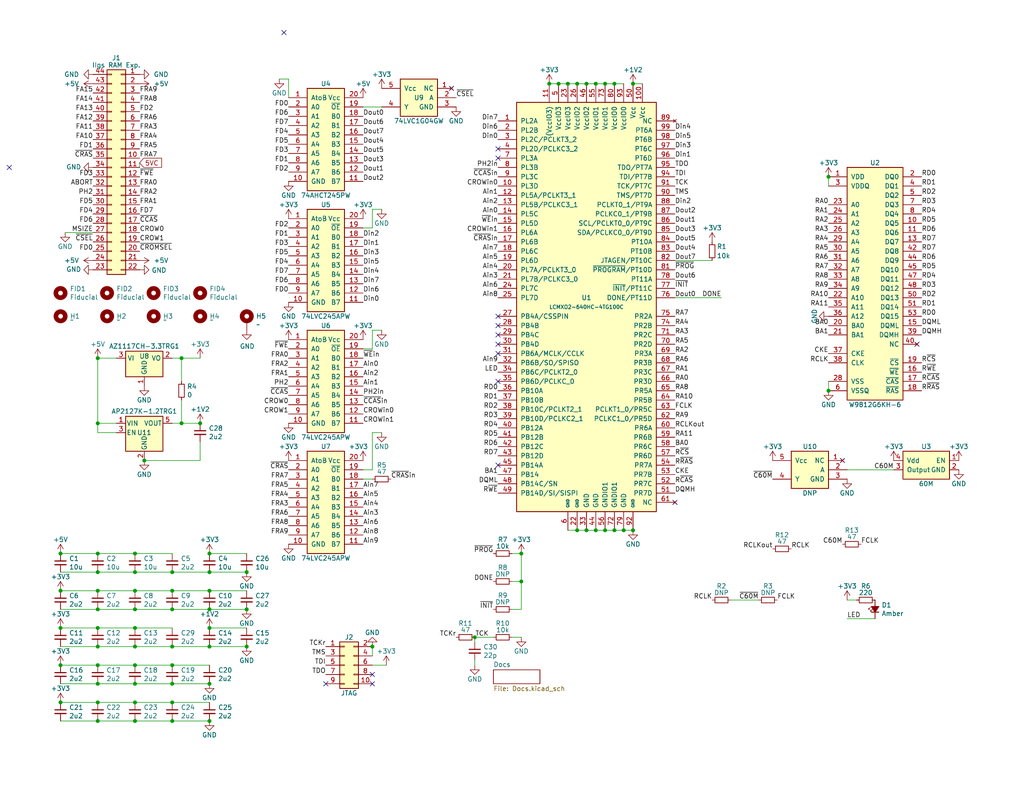
<source format=kicad_sch>
(kicad_sch
	(version 20231120)
	(generator "eeschema")
	(generator_version "8.0")
	(uuid "0fd24f5c-4245-40b1-8698-6faceb999cd9")
	(paper "USLetter")
	(title_block
		(title "GW4201D (RAM2GS II) - LCMXO2-640 / LCMXO2-1200")
		(date "2025-02-14")
		(rev "2.3")
		(company "Garrett's Workshop")
	)
	
	(junction
		(at 16.51 191.77)
		(diameter 0)
		(color 0 0 0 0)
		(uuid "0217139f-2499-43d7-bafb-1436670ed29b")
	)
	(junction
		(at 26.67 181.61)
		(diameter 0)
		(color 0 0 0 0)
		(uuid "03f96606-5fba-4497-a8a1-e61f774d0de2")
	)
	(junction
		(at 57.15 161.29)
		(diameter 0)
		(color 0 0 0 0)
		(uuid "0b8dce5b-1dfe-4652-866a-919b3fb63c34")
	)
	(junction
		(at 26.67 166.37)
		(diameter 0)
		(color 0 0 0 0)
		(uuid "0d75f2bf-f7a8-4b76-b411-d105e5e58f8c")
	)
	(junction
		(at 36.83 181.61)
		(diameter 0)
		(color 0 0 0 0)
		(uuid "1131130a-2dff-4631-9ab8-421ee8a0b3d2")
	)
	(junction
		(at 67.31 176.53)
		(diameter 0)
		(color 0 0 0 0)
		(uuid "1349768d-0b81-46a1-a9d3-bb59bd3a9825")
	)
	(junction
		(at 157.48 144.78)
		(diameter 0)
		(color 0 0 0 0)
		(uuid "14aceb7f-9ec3-4fbc-8d61-5164f60710b2")
	)
	(junction
		(at 26.67 196.85)
		(diameter 0)
		(color 0 0 0 0)
		(uuid "179f01e0-fcbc-49e7-a036-4d87bc7c202d")
	)
	(junction
		(at 36.83 191.77)
		(diameter 0)
		(color 0 0 0 0)
		(uuid "1850bf74-adc9-49c7-8073-12f9f6b5187e")
	)
	(junction
		(at 26.67 151.13)
		(diameter 0)
		(color 0 0 0 0)
		(uuid "1ae79932-536c-4b1e-a774-1b2a479fb157")
	)
	(junction
		(at 46.99 196.85)
		(diameter 0)
		(color 0 0 0 0)
		(uuid "1c8c3f55-737d-407f-8948-a052a2e94b48")
	)
	(junction
		(at 49.53 97.79)
		(diameter 0)
		(color 0 0 0 0)
		(uuid "1d4eada5-7642-4d29-821b-542aad832f88")
	)
	(junction
		(at 36.83 156.21)
		(diameter 0)
		(color 0 0 0 0)
		(uuid "1f864c56-b928-4fca-ba42-f9e00edd5cca")
	)
	(junction
		(at 160.02 144.78)
		(diameter 0)
		(color 0 0 0 0)
		(uuid "211e6244-3e14-4844-a9e4-b232faabaee0")
	)
	(junction
		(at 39.37 125.73)
		(diameter 0)
		(color 0 0 0 0)
		(uuid "242dbffd-d1a3-4165-b959-04d0eccb8dbb")
	)
	(junction
		(at 57.15 166.37)
		(diameter 0)
		(color 0 0 0 0)
		(uuid "263e7899-465f-4e63-a817-fc3b5d40c1cf")
	)
	(junction
		(at 57.15 196.85)
		(diameter 0)
		(color 0 0 0 0)
		(uuid "2d3a647e-e4fe-4825-a649-1bc1222a5d01")
	)
	(junction
		(at 67.31 156.21)
		(diameter 0)
		(color 0 0 0 0)
		(uuid "324b5749-7462-4034-a387-a88d8654f54a")
	)
	(junction
		(at 16.51 171.45)
		(diameter 0)
		(color 0 0 0 0)
		(uuid "3336deb0-e8f9-4768-8419-82bfeb21abab")
	)
	(junction
		(at 142.24 151.13)
		(diameter 0)
		(color 0 0 0 0)
		(uuid "373a0015-c5a9-4d38-a6fc-aafd7ee968d0")
	)
	(junction
		(at 170.18 144.78)
		(diameter 0)
		(color 0 0 0 0)
		(uuid "46258966-196b-4d97-9217-74410068bc11")
	)
	(junction
		(at 172.72 22.86)
		(diameter 0)
		(color 0 0 0 0)
		(uuid "469ea96f-b2c2-4ad4-bace-2a3811a45927")
	)
	(junction
		(at 46.99 156.21)
		(diameter 0)
		(color 0 0 0 0)
		(uuid "478b891d-c10a-4db8-bd4c-2d2bde600ccd")
	)
	(junction
		(at 46.99 191.77)
		(diameter 0)
		(color 0 0 0 0)
		(uuid "4aff47dd-be33-4953-952e-819cf9a36e47")
	)
	(junction
		(at 16.51 181.61)
		(diameter 0)
		(color 0 0 0 0)
		(uuid "4cf39c5c-bf74-4964-baa9-8d592f3f905f")
	)
	(junction
		(at 26.67 115.57)
		(diameter 0)
		(color 0 0 0 0)
		(uuid "4dac4267-8e37-416c-9695-928b3aa79e60")
	)
	(junction
		(at 26.67 191.77)
		(diameter 0)
		(color 0 0 0 0)
		(uuid "4e40a97e-d3ba-45e7-95a8-d1cfa86095a8")
	)
	(junction
		(at 26.67 171.45)
		(diameter 0)
		(color 0 0 0 0)
		(uuid "4e7e8103-f615-4de3-9387-801261461214")
	)
	(junction
		(at 172.72 144.78)
		(diameter 0)
		(color 0 0 0 0)
		(uuid "50dd9d39-b340-498b-b002-c8764864304e")
	)
	(junction
		(at 36.83 186.69)
		(diameter 0)
		(color 0 0 0 0)
		(uuid "54741195-f732-41f9-90d3-73982e127ffe")
	)
	(junction
		(at 165.1 22.86)
		(diameter 0)
		(color 0 0 0 0)
		(uuid "58f1674d-f066-47f2-81e7-dad9c2f9cae9")
	)
	(junction
		(at 101.6 176.53)
		(diameter 0)
		(color 0 0 0 0)
		(uuid "5dddedcb-7a74-4591-ba02-12f48e2018f3")
	)
	(junction
		(at 57.15 176.53)
		(diameter 0)
		(color 0 0 0 0)
		(uuid "5e42f171-a004-42d1-84a9-d18b3cac3d42")
	)
	(junction
		(at 46.99 161.29)
		(diameter 0)
		(color 0 0 0 0)
		(uuid "6170e390-e0bc-49f8-95ba-fcba7f66a4a4")
	)
	(junction
		(at 162.56 144.78)
		(diameter 0)
		(color 0 0 0 0)
		(uuid "63313178-6249-4d11-924d-2151bfe5d053")
	)
	(junction
		(at 36.83 151.13)
		(diameter 0)
		(color 0 0 0 0)
		(uuid "68764f89-2036-461f-a232-9271609525d9")
	)
	(junction
		(at 36.83 161.29)
		(diameter 0)
		(color 0 0 0 0)
		(uuid "737bed1d-4399-4f19-8dca-bca8c4e8c601")
	)
	(junction
		(at 57.15 186.69)
		(diameter 0)
		(color 0 0 0 0)
		(uuid "78cdd522-ceef-4b75-b8a9-f379ec7bed4d")
	)
	(junction
		(at 152.4 22.86)
		(diameter 0)
		(color 0 0 0 0)
		(uuid "78d03ef4-2a16-46f1-bae5-50d350ce15ba")
	)
	(junction
		(at 226.06 48.26)
		(diameter 0)
		(color 0 0 0 0)
		(uuid "7c942722-c1cb-49ef-9752-5c8438310816")
	)
	(junction
		(at 36.83 171.45)
		(diameter 0)
		(color 0 0 0 0)
		(uuid "7dff4596-8796-4e39-a38f-aa7a86e39f6a")
	)
	(junction
		(at 36.83 166.37)
		(diameter 0)
		(color 0 0 0 0)
		(uuid "80f04a9c-152d-4760-b413-fccdb96a6072")
	)
	(junction
		(at 67.31 166.37)
		(diameter 0)
		(color 0 0 0 0)
		(uuid "81c4b674-4bd7-4cd4-bc80-bb024d56db70")
	)
	(junction
		(at 226.06 106.68)
		(diameter 0)
		(color 0 0 0 0)
		(uuid "8296739a-8abe-4eab-9860-882f671dc374")
	)
	(junction
		(at 26.67 161.29)
		(diameter 0)
		(color 0 0 0 0)
		(uuid "910a8ee2-2a2b-4c7f-a41c-099aa44ce173")
	)
	(junction
		(at 57.15 151.13)
		(diameter 0)
		(color 0 0 0 0)
		(uuid "99e3073a-ecf6-4d88-8bbd-fa4773c2e58e")
	)
	(junction
		(at 49.53 115.57)
		(diameter 0)
		(color 0 0 0 0)
		(uuid "a34e161c-6732-4328-8105-e78221e9dc9a")
	)
	(junction
		(at 36.83 196.85)
		(diameter 0)
		(color 0 0 0 0)
		(uuid "a6e2df16-b577-408a-b79a-645325d43ac9")
	)
	(junction
		(at 26.67 176.53)
		(diameter 0)
		(color 0 0 0 0)
		(uuid "ae07f5de-5917-4680-8dd4-e91006e1fe5f")
	)
	(junction
		(at 142.24 158.75)
		(diameter 0)
		(color 0 0 0 0)
		(uuid "aed99cc6-51ec-436b-8189-242a4b75c6bb")
	)
	(junction
		(at 46.99 176.53)
		(diameter 0)
		(color 0 0 0 0)
		(uuid "b0518794-9039-4bb0-b079-b8501e446df5")
	)
	(junction
		(at 165.1 144.78)
		(diameter 0)
		(color 0 0 0 0)
		(uuid "b1513b29-3ed8-4cd6-9d07-a1ab81dcdc16")
	)
	(junction
		(at 160.02 22.86)
		(diameter 0)
		(color 0 0 0 0)
		(uuid "be792862-6327-47fd-8770-ede86afdfe4d")
	)
	(junction
		(at 149.86 22.86)
		(diameter 0)
		(color 0 0 0 0)
		(uuid "c6e2220b-1b22-4923-a622-896c6c1e1bae")
	)
	(junction
		(at 57.15 171.45)
		(diameter 0)
		(color 0 0 0 0)
		(uuid "c8e3593b-807b-4c18-87c6-25c1e9d93548")
	)
	(junction
		(at 157.48 22.86)
		(diameter 0)
		(color 0 0 0 0)
		(uuid "cdded9fd-40d5-4e6e-bd5c-a8c6809bc5be")
	)
	(junction
		(at 54.61 115.57)
		(diameter 0)
		(color 0 0 0 0)
		(uuid "cf2ab28b-4101-4332-a765-a45cd7c59cac")
	)
	(junction
		(at 26.67 186.69)
		(diameter 0)
		(color 0 0 0 0)
		(uuid "d059573d-60c3-4639-8c4f-d5c495186a72")
	)
	(junction
		(at 26.67 156.21)
		(diameter 0)
		(color 0 0 0 0)
		(uuid "d2c1b5bb-b586-4cce-8a4f-d19936419db1")
	)
	(junction
		(at 26.67 97.79)
		(diameter 0)
		(color 0 0 0 0)
		(uuid "d9da9d43-9083-4803-878c-cf4c48deb947")
	)
	(junction
		(at 162.56 22.86)
		(diameter 0)
		(color 0 0 0 0)
		(uuid "da51732e-6b5c-443a-9465-efb4eab1a1fc")
	)
	(junction
		(at 46.99 186.69)
		(diameter 0)
		(color 0 0 0 0)
		(uuid "e1fb2565-bdd0-4a26-a86c-4673cf70cced")
	)
	(junction
		(at 129.54 173.99)
		(diameter 0)
		(color 0 0 0 0)
		(uuid "e3ff4855-2aa6-4d98-a014-47d46819a769")
	)
	(junction
		(at 154.94 22.86)
		(diameter 0)
		(color 0 0 0 0)
		(uuid "e5c1babb-6d3f-45ae-8ed6-2c1ea9c1ad75")
	)
	(junction
		(at 46.99 181.61)
		(diameter 0)
		(color 0 0 0 0)
		(uuid "e6df987d-46c5-461f-aaf4-df9f2319a49f")
	)
	(junction
		(at 167.64 144.78)
		(diameter 0)
		(color 0 0 0 0)
		(uuid "ec5d33cd-bcce-45d2-b63e-95d3f021c2d4")
	)
	(junction
		(at 167.64 22.86)
		(diameter 0)
		(color 0 0 0 0)
		(uuid "ed629d76-2386-4cf5-aa50-ef32ed80d3b8")
	)
	(junction
		(at 36.83 176.53)
		(diameter 0)
		(color 0 0 0 0)
		(uuid "eeabfa51-85dd-413c-afe2-62a742ac7d14")
	)
	(junction
		(at 16.51 161.29)
		(diameter 0)
		(color 0 0 0 0)
		(uuid "f1936f85-2525-4094-89d1-d58db0c0351b")
	)
	(junction
		(at 46.99 166.37)
		(diameter 0)
		(color 0 0 0 0)
		(uuid "f27ee32c-aea0-4839-b6de-c23b3d6da0f4")
	)
	(junction
		(at 16.51 151.13)
		(diameter 0)
		(color 0 0 0 0)
		(uuid "f4dc0f09-4bf4-447d-bde3-7d4a45066bad")
	)
	(junction
		(at 57.15 156.21)
		(diameter 0)
		(color 0 0 0 0)
		(uuid "fef6f1db-6a48-4a52-a7ed-2cbdfbd2e7c2")
	)
	(no_connect
		(at 88.9 186.69)
		(uuid "115fc95c-b86c-4499-b82e-4442d2b28ddc")
	)
	(no_connect
		(at 250.19 93.98)
		(uuid "1424b807-f510-4e36-87bb-971df8bc5f45")
	)
	(no_connect
		(at 101.6 184.15)
		(uuid "35e55a85-04ac-44cb-b0b1-0ebd148bfa81")
	)
	(no_connect
		(at 135.89 88.9)
		(uuid "396747df-6043-4a0c-a61c-8ee398c15895")
	)
	(no_connect
		(at 135.89 43.18)
		(uuid "3cb9aad1-66ed-4574-b07f-d09d1a5831c6")
	)
	(no_connect
		(at 101.6 186.69)
		(uuid "44242320-e056-4a51-8f17-f12d7df7b7af")
	)
	(no_connect
		(at 135.89 86.36)
		(uuid "52c6758c-7d22-4037-a30a-2d834bd2430c")
	)
	(no_connect
		(at 135.89 127)
		(uuid "68434a67-21f3-4e6f-85f8-96a08a92b990")
	)
	(no_connect
		(at 2.54 45.72)
		(uuid "82d2704c-bb6e-4bb9-bf3b-b3df0e0d2716")
	)
	(no_connect
		(at 229.87 125.73)
		(uuid "8954bbef-d97c-44d3-bb20-b3f3d5a2302d")
	)
	(no_connect
		(at 135.89 96.52)
		(uuid "96c040c5-7daf-4f80-a5f0-d279c7a6b658")
	)
	(no_connect
		(at 135.89 40.64)
		(uuid "a7fa4ee6-41f3-4f64-96ce-39f33f630a6e")
	)
	(no_connect
		(at 184.15 137.16)
		(uuid "acd6c239-ff1e-4e0b-baa0-02f7cbf3f721")
	)
	(no_connect
		(at 135.89 91.44)
		(uuid "bc659e8a-3b18-4b25-98d7-cd9851bd56bd")
	)
	(no_connect
		(at 135.89 93.98)
		(uuid "c4b7774d-0052-4001-8707-fdf3150fc246")
	)
	(no_connect
		(at 135.89 104.14)
		(uuid "d5830600-d320-4c70-a431-248ec3d71cb2")
	)
	(no_connect
		(at 77.47 8.89)
		(uuid "de6c3c01-ffaf-4fd1-bba1-97e198634073")
	)
	(no_connect
		(at 123.19 24.13)
		(uuid "f7c23c47-70ad-4eef-8e50-87db2dcf856b")
	)
	(wire
		(pts
			(xy 46.99 176.53) (xy 57.15 176.53)
		)
		(stroke
			(width 0)
			(type default)
		)
		(uuid "00ef00a5-3ce7-47ff-91ce-5c6f120036e4")
	)
	(wire
		(pts
			(xy 31.75 118.11) (xy 26.67 118.11)
		)
		(stroke
			(width 0)
			(type default)
		)
		(uuid "01c7340e-16e2-41aa-bd66-db9b5ad42f12")
	)
	(wire
		(pts
			(xy 49.53 109.22) (xy 49.53 115.57)
		)
		(stroke
			(width 0)
			(type default)
		)
		(uuid "04701d09-035e-45f9-9b21-ffbe6c3a0a41")
	)
	(wire
		(pts
			(xy 16.51 176.53) (xy 26.67 176.53)
		)
		(stroke
			(width 0)
			(type default)
		)
		(uuid "0b882407-3c2c-4387-b982-e1671064326d")
	)
	(wire
		(pts
			(xy 36.83 176.53) (xy 46.99 176.53)
		)
		(stroke
			(width 0)
			(type default)
		)
		(uuid "0c1b722a-39d6-491c-983c-fe626f2b57fe")
	)
	(wire
		(pts
			(xy 36.83 156.21) (xy 46.99 156.21)
		)
		(stroke
			(width 0)
			(type default)
		)
		(uuid "105edf3d-8058-4fab-9ef8-a68bc8c7f593")
	)
	(wire
		(pts
			(xy 78.74 21.59) (xy 76.2 21.59)
		)
		(stroke
			(width 0)
			(type default)
		)
		(uuid "10fb7fc8-3a61-41bc-82f5-173cd2ad5f08")
	)
	(wire
		(pts
			(xy 36.83 186.69) (xy 46.99 186.69)
		)
		(stroke
			(width 0)
			(type default)
		)
		(uuid "12af00ef-6eb5-4aa7-af55-16afe6fe3d78")
	)
	(wire
		(pts
			(xy 26.67 196.85) (xy 36.83 196.85)
		)
		(stroke
			(width 0)
			(type default)
		)
		(uuid "146cf631-2943-4211-8158-08f5beb763bd")
	)
	(wire
		(pts
			(xy 16.51 181.61) (xy 26.67 181.61)
		)
		(stroke
			(width 0)
			(type default)
		)
		(uuid "173e9083-7503-4eeb-804d-494b3c434a45")
	)
	(wire
		(pts
			(xy 142.24 151.13) (xy 139.7 151.13)
		)
		(stroke
			(width 0)
			(type default)
		)
		(uuid "18f27b9c-ede9-4fb7-ac55-3c15c60fd259")
	)
	(wire
		(pts
			(xy 165.1 22.86) (xy 167.64 22.86)
		)
		(stroke
			(width 0)
			(type default)
		)
		(uuid "1ada89dd-8575-44ff-a0f7-a3016cae7db7")
	)
	(wire
		(pts
			(xy 101.6 90.17) (xy 104.14 90.17)
		)
		(stroke
			(width 0)
			(type default)
		)
		(uuid "1b08961a-260d-48f6-ad90-17fd41fc993f")
	)
	(wire
		(pts
			(xy 46.99 196.85) (xy 57.15 196.85)
		)
		(stroke
			(width 0)
			(type default)
		)
		(uuid "1da2f2e2-7dc2-4570-a826-e61f4dd0ebc0")
	)
	(wire
		(pts
			(xy 57.15 171.45) (xy 67.31 171.45)
		)
		(stroke
			(width 0)
			(type default)
		)
		(uuid "1f097493-3e4e-4f38-a5cd-6d67ad7547fa")
	)
	(wire
		(pts
			(xy 101.6 130.81) (xy 99.06 130.81)
		)
		(stroke
			(width 0)
			(type default)
		)
		(uuid "242336ea-5180-496e-8ee1-c8e8e61cf574")
	)
	(wire
		(pts
			(xy 46.99 156.21) (xy 57.15 156.21)
		)
		(stroke
			(width 0)
			(type default)
		)
		(uuid "250be626-aced-4edc-8dcc-d869452697c3")
	)
	(wire
		(pts
			(xy 101.6 57.15) (xy 104.14 57.15)
		)
		(stroke
			(width 0)
			(type default)
		)
		(uuid "2633ce22-55ed-4c42-97bb-ee3ccccfb9e6")
	)
	(wire
		(pts
			(xy 26.67 156.21) (xy 36.83 156.21)
		)
		(stroke
			(width 0)
			(type default)
		)
		(uuid "2c308174-a8b8-4c55-9737-cbbda4d701c9")
	)
	(wire
		(pts
			(xy 160.02 144.78) (xy 157.48 144.78)
		)
		(stroke
			(width 0)
			(type default)
		)
		(uuid "2c78f7f0-7589-4944-a9ca-592336b26e39")
	)
	(wire
		(pts
			(xy 139.7 173.99) (xy 142.24 173.99)
		)
		(stroke
			(width 0)
			(type default)
		)
		(uuid "310cc29c-112a-4a79-b72e-0f19f9e59c15")
	)
	(wire
		(pts
			(xy 226.06 106.68) (xy 226.06 104.14)
		)
		(stroke
			(width 0)
			(type default)
		)
		(uuid "37d930ca-12e3-474d-afa7-386e33c4eb12")
	)
	(wire
		(pts
			(xy 104.14 29.21) (xy 99.06 29.21)
		)
		(stroke
			(width 0)
			(type default)
		)
		(uuid "3803f348-1c38-4427-9acc-2f00548ec54e")
	)
	(wire
		(pts
			(xy 194.31 71.12) (xy 184.15 71.12)
		)
		(stroke
			(width 0)
			(type default)
		)
		(uuid "388f8dff-c8f6-4a31-b8a2-1a12ac64016c")
	)
	(wire
		(pts
			(xy 46.99 181.61) (xy 57.15 181.61)
		)
		(stroke
			(width 0)
			(type default)
		)
		(uuid "391f5941-9045-43bf-a8de-3a6f40d8482e")
	)
	(wire
		(pts
			(xy 46.99 191.77) (xy 57.15 191.77)
		)
		(stroke
			(width 0)
			(type default)
		)
		(uuid "3cec48b7-fa1f-43f1-a07b-1bba7edc0b55")
	)
	(wire
		(pts
			(xy 36.83 166.37) (xy 46.99 166.37)
		)
		(stroke
			(width 0)
			(type default)
		)
		(uuid "3e2c1d97-52e1-4fba-b5e0-3234c11fee84")
	)
	(wire
		(pts
			(xy 16.51 156.21) (xy 26.67 156.21)
		)
		(stroke
			(width 0)
			(type default)
		)
		(uuid "416f22d9-f378-4c20-bfa1-c42e7ce68b10")
	)
	(wire
		(pts
			(xy 26.67 161.29) (xy 36.83 161.29)
		)
		(stroke
			(width 0)
			(type default)
		)
		(uuid "428e4daa-79e1-4fed-9e13-c14a7a7a0714")
	)
	(wire
		(pts
			(xy 78.74 26.67) (xy 78.74 21.59)
		)
		(stroke
			(width 0)
			(type default)
		)
		(uuid "440a874f-2c6b-4fc9-a94a-d3fb85d5ee1d")
	)
	(wire
		(pts
			(xy 16.51 166.37) (xy 26.67 166.37)
		)
		(stroke
			(width 0)
			(type default)
		)
		(uuid "4576ea6b-c69a-4c0f-a685-394a57a62f2f")
	)
	(wire
		(pts
			(xy 16.51 151.13) (xy 26.67 151.13)
		)
		(stroke
			(width 0)
			(type default)
		)
		(uuid "4712d6a8-0d2d-42ae-a8c1-cb99cc0d07e3")
	)
	(wire
		(pts
			(xy 157.48 22.86) (xy 160.02 22.86)
		)
		(stroke
			(width 0)
			(type default)
		)
		(uuid "485adfcd-76fd-4320-b039-2ea19e279485")
	)
	(wire
		(pts
			(xy 238.76 168.91) (xy 231.14 168.91)
		)
		(stroke
			(width 0)
			(type default)
		)
		(uuid "49ffce83-dd8e-4dfa-9bec-003b0f451c87")
	)
	(wire
		(pts
			(xy 101.6 118.11) (xy 104.14 118.11)
		)
		(stroke
			(width 0)
			(type default)
		)
		(uuid "4ce2e765-3c8d-4303-9b43-82bd2853f1c9")
	)
	(wire
		(pts
			(xy 36.83 161.29) (xy 46.99 161.29)
		)
		(stroke
			(width 0)
			(type default)
		)
		(uuid "4dedd8dd-7bef-42e9-b3c5-74bc3c6d1393")
	)
	(wire
		(pts
			(xy 46.99 166.37) (xy 57.15 166.37)
		)
		(stroke
			(width 0)
			(type default)
		)
		(uuid "4e20780a-e732-48f0-8715-90f7cbc9eebd")
	)
	(wire
		(pts
			(xy 154.94 22.86) (xy 157.48 22.86)
		)
		(stroke
			(width 0)
			(type default)
		)
		(uuid "53669d7a-0889-4143-8c09-8775b2f122c6")
	)
	(wire
		(pts
			(xy 36.83 191.77) (xy 46.99 191.77)
		)
		(stroke
			(width 0)
			(type default)
		)
		(uuid "54483357-c4ae-43a3-a7b5-66d2560f58c6")
	)
	(wire
		(pts
			(xy 152.4 22.86) (xy 154.94 22.86)
		)
		(stroke
			(width 0)
			(type default)
		)
		(uuid "5c928e01-425a-4b87-b047-d760a92af45b")
	)
	(wire
		(pts
			(xy 105.41 181.61) (xy 101.6 181.61)
		)
		(stroke
			(width 0)
			(type default)
		)
		(uuid "5d51fd85-d705-439d-98cb-99638cd2b2da")
	)
	(wire
		(pts
			(xy 175.26 22.86) (xy 172.72 22.86)
		)
		(stroke
			(width 0)
			(type default)
		)
		(uuid "5f7a5102-fdf7-475b-9e6f-40a7bd799655")
	)
	(wire
		(pts
			(xy 184.15 81.28) (xy 196.85 81.28)
		)
		(stroke
			(width 0)
			(type default)
		)
		(uuid "5fbaef1e-2066-4412-b425-dc3412549b33")
	)
	(wire
		(pts
			(xy 38.1 44.45) (xy 38.1 45.72)
		)
		(stroke
			(width 0)
			(type default)
		)
		(uuid "657df7ca-491d-49ce-b656-675df5506eb8")
	)
	(wire
		(pts
			(xy 129.54 181.61) (xy 129.54 180.34)
		)
		(stroke
			(width 0)
			(type default)
		)
		(uuid "65dd5678-cfa9-4171-89eb-e736feb4c1fa")
	)
	(wire
		(pts
			(xy 142.24 151.13) (xy 142.24 158.75)
		)
		(stroke
			(width 0)
			(type default)
		)
		(uuid "67522a64-e538-49ea-accf-4ac5470f2420")
	)
	(wire
		(pts
			(xy 54.61 115.57) (xy 49.53 115.57)
		)
		(stroke
			(width 0)
			(type default)
		)
		(uuid "68c44e6e-fd0b-4ff1-8cd9-c1125cd7a59b")
	)
	(wire
		(pts
			(xy 101.6 62.23) (xy 101.6 57.15)
		)
		(stroke
			(width 0)
			(type default)
		)
		(uuid "6c08bd94-9429-4381-81bd-ca36ce5386f2")
	)
	(wire
		(pts
			(xy 67.31 161.29) (xy 57.15 161.29)
		)
		(stroke
			(width 0)
			(type default)
		)
		(uuid "726c182b-013e-4744-8887-7f2f1c3d99c4")
	)
	(wire
		(pts
			(xy 142.24 158.75) (xy 142.24 166.37)
		)
		(stroke
			(width 0)
			(type default)
		)
		(uuid "7335849b-80f8-4568-b2ff-c985e90fa47e")
	)
	(wire
		(pts
			(xy 101.6 95.25) (xy 101.6 90.17)
		)
		(stroke
			(width 0)
			(type default)
		)
		(uuid "7420ace4-7a25-4e2e-8e3e-0c4fd3bce3a1")
	)
	(wire
		(pts
			(xy 46.99 161.29) (xy 57.15 161.29)
		)
		(stroke
			(width 0)
			(type default)
		)
		(uuid "75aba8fa-07b8-46e4-aba9-acd853b625b4")
	)
	(wire
		(pts
			(xy 16.51 171.45) (xy 26.67 171.45)
		)
		(stroke
			(width 0)
			(type default)
		)
		(uuid "75f82fe7-ea6f-4561-9ef3-c54d8f74715a")
	)
	(wire
		(pts
			(xy 26.67 186.69) (xy 36.83 186.69)
		)
		(stroke
			(width 0)
			(type default)
		)
		(uuid "7bea65be-4b5d-4861-a933-9ef5393c9813")
	)
	(wire
		(pts
			(xy 167.64 22.86) (xy 170.18 22.86)
		)
		(stroke
			(width 0)
			(type default)
		)
		(uuid "7ca64499-be84-4d71-826a-ef3983dec119")
	)
	(wire
		(pts
			(xy 31.75 115.57) (xy 26.67 115.57)
		)
		(stroke
			(width 0)
			(type default)
		)
		(uuid "7cd851ea-04f9-4303-8dc4-496bfaa86244")
	)
	(wire
		(pts
			(xy 17.78 63.5) (xy 25.4 63.5)
		)
		(stroke
			(width 0)
			(type default)
		)
		(uuid "7ffb7faf-659e-44fa-96b5-21499bd061ad")
	)
	(wire
		(pts
			(xy 160.02 22.86) (xy 162.56 22.86)
		)
		(stroke
			(width 0)
			(type default)
		)
		(uuid "888959ab-9b88-4b97-a7bf-1048dcae82e6")
	)
	(wire
		(pts
			(xy 162.56 22.86) (xy 165.1 22.86)
		)
		(stroke
			(width 0)
			(type default)
		)
		(uuid "8bfa0ecf-e8b5-4c14-8b1b-16035c3f7e4b")
	)
	(wire
		(pts
			(xy 26.67 191.77) (xy 36.83 191.77)
		)
		(stroke
			(width 0)
			(type default)
		)
		(uuid "8d453ae7-058d-4332-94de-060b23cfc9ad")
	)
	(wire
		(pts
			(xy 54.61 125.73) (xy 39.37 125.73)
		)
		(stroke
			(width 0)
			(type default)
		)
		(uuid "8f3670bb-1a1c-4f77-a3c8-8cc6e43eebb8")
	)
	(wire
		(pts
			(xy 26.67 151.13) (xy 36.83 151.13)
		)
		(stroke
			(width 0)
			(type default)
		)
		(uuid "971631d5-5dab-48a3-b0c1-e15a8acd73c6")
	)
	(wire
		(pts
			(xy 46.99 186.69) (xy 57.15 186.69)
		)
		(stroke
			(width 0)
			(type default)
		)
		(uuid "99ebe7db-6c2b-4703-b852-3625e344e286")
	)
	(wire
		(pts
			(xy 26.67 171.45) (xy 36.83 171.45)
		)
		(stroke
			(width 0)
			(type default)
		)
		(uuid "9e83b477-60d9-4d4a-91b8-6cfc1e074e10")
	)
	(wire
		(pts
			(xy 49.53 115.57) (xy 46.99 115.57)
		)
		(stroke
			(width 0)
			(type default)
		)
		(uuid "9f028fbe-ff50-49ce-9425-5513be32465d")
	)
	(wire
		(pts
			(xy 54.61 120.65) (xy 54.61 125.73)
		)
		(stroke
			(width 0)
			(type default)
		)
		(uuid "a3f482d7-9d48-41aa-93c7-966d6507bf7a")
	)
	(wire
		(pts
			(xy 26.67 115.57) (xy 26.67 97.79)
		)
		(stroke
			(width 0)
			(type default)
		)
		(uuid "a573165a-f317-4298-a3a9-8d4de00fd783")
	)
	(wire
		(pts
			(xy 101.6 128.27) (xy 99.06 128.27)
		)
		(stroke
			(width 0)
			(type default)
		)
		(uuid "a6a8a5d8-4ce4-4079-baa3-c4bb72108e38")
	)
	(wire
		(pts
			(xy 36.83 181.61) (xy 46.99 181.61)
		)
		(stroke
			(width 0)
			(type default)
		)
		(uuid "a83b505b-cc77-4c2c-8329-41685b4a4de2")
	)
	(wire
		(pts
			(xy 57.15 166.37) (xy 67.31 166.37)
		)
		(stroke
			(width 0)
			(type default)
		)
		(uuid "a8f39a3a-48ef-411e-9472-074a9bfdc9c2")
	)
	(wire
		(pts
			(xy 26.67 97.79) (xy 31.75 97.79)
		)
		(stroke
			(width 0)
			(type default)
		)
		(uuid "aeaf87ee-c96b-42cc-9446-78368e0847cf")
	)
	(wire
		(pts
			(xy 165.1 144.78) (xy 162.56 144.78)
		)
		(stroke
			(width 0)
			(type default)
		)
		(uuid "aec01c3a-309e-49e0-9d7e-09221167cf56")
	)
	(wire
		(pts
			(xy 16.51 186.69) (xy 26.67 186.69)
		)
		(stroke
			(width 0)
			(type default)
		)
		(uuid "af620592-808e-4132-bf0c-88a25a6494b5")
	)
	(wire
		(pts
			(xy 16.51 196.85) (xy 26.67 196.85)
		)
		(stroke
			(width 0)
			(type default)
		)
		(uuid "b18db2ff-2893-40e9-972e-02969975694c")
	)
	(wire
		(pts
			(xy 36.83 151.13) (xy 46.99 151.13)
		)
		(stroke
			(width 0)
			(type default)
		)
		(uuid "bf40272e-f41a-40a3-afda-31d8e77e07e5")
	)
	(wire
		(pts
			(xy 49.53 104.14) (xy 49.53 97.79)
		)
		(stroke
			(width 0)
			(type default)
		)
		(uuid "c04d25f2-d666-4284-b64a-3bef0ffd891b")
	)
	(wire
		(pts
			(xy 16.51 161.29) (xy 26.67 161.29)
		)
		(stroke
			(width 0)
			(type default)
		)
		(uuid "c1ff4c09-cc45-45d8-9a68-9b1faafcb39a")
	)
	(wire
		(pts
			(xy 26.67 181.61) (xy 36.83 181.61)
		)
		(stroke
			(width 0)
			(type default)
		)
		(uuid "c299abcf-1752-49f3-8fe9-a64bb9f3dd2d")
	)
	(wire
		(pts
			(xy 142.24 158.75) (xy 139.7 158.75)
		)
		(stroke
			(width 0)
			(type default)
		)
		(uuid "c719bf5b-2431-4d35-81d2-3b4c1bddec36")
	)
	(wire
		(pts
			(xy 57.15 176.53) (xy 67.31 176.53)
		)
		(stroke
			(width 0)
			(type default)
		)
		(uuid "ca0e00b0-fe5f-471f-b68e-febf5334a5b7")
	)
	(wire
		(pts
			(xy 101.6 95.25) (xy 99.06 95.25)
		)
		(stroke
			(width 0)
			(type default)
		)
		(uuid "cdd8df34-ff54-46f6-912c-ad09cf42b8ab")
	)
	(wire
		(pts
			(xy 129.54 173.99) (xy 134.62 173.99)
		)
		(stroke
			(width 0)
			(type default)
		)
		(uuid "cde8f4bc-73ad-427e-8dee-ed7aa92b9e37")
	)
	(wire
		(pts
			(xy 54.61 97.79) (xy 49.53 97.79)
		)
		(stroke
			(width 0)
			(type default)
		)
		(uuid "cf49b9d8-dae8-41a9-aa6a-65183bea8756")
	)
	(wire
		(pts
			(xy 170.18 144.78) (xy 167.64 144.78)
		)
		(stroke
			(width 0)
			(type default)
		)
		(uuid "d3992ef3-244e-4150-b6d0-e35f486e2ec6")
	)
	(wire
		(pts
			(xy 231.14 128.27) (xy 243.84 128.27)
		)
		(stroke
			(width 0)
			(type default)
		)
		(uuid "d43f42b4-066e-4f06-bd56-5e9ece4ce0c1")
	)
	(wire
		(pts
			(xy 167.64 144.78) (xy 165.1 144.78)
		)
		(stroke
			(width 0)
			(type default)
		)
		(uuid "d531aff4-a79d-4a31-b411-07b0c9e30684")
	)
	(wire
		(pts
			(xy 162.56 144.78) (xy 160.02 144.78)
		)
		(stroke
			(width 0)
			(type default)
		)
		(uuid "d59364c3-1315-4e90-926b-4849f4d07340")
	)
	(wire
		(pts
			(xy 67.31 151.13) (xy 57.15 151.13)
		)
		(stroke
			(width 0)
			(type default)
		)
		(uuid "d6f1884e-693b-4ebd-b124-27eb1b0c8ec3")
	)
	(wire
		(pts
			(xy 16.51 191.77) (xy 26.67 191.77)
		)
		(stroke
			(width 0)
			(type default)
		)
		(uuid "d90cebb6-3687-4baa-8ffb-5082f5e6f19e")
	)
	(wire
		(pts
			(xy 26.67 166.37) (xy 36.83 166.37)
		)
		(stroke
			(width 0)
			(type default)
		)
		(uuid "d9d3cecb-d9af-4ef1-a9b3-1d60407107d6")
	)
	(wire
		(pts
			(xy 101.6 176.53) (xy 101.6 179.07)
		)
		(stroke
			(width 0)
			(type default)
		)
		(uuid "e47381e3-eac3-4ebf-b122-21ca3854187a")
	)
	(wire
		(pts
			(xy 129.54 173.99) (xy 129.54 175.26)
		)
		(stroke
			(width 0)
			(type default)
		)
		(uuid "e5ac664d-25e2-4481-aa1c-70f60a1a9d79")
	)
	(wire
		(pts
			(xy 26.67 176.53) (xy 36.83 176.53)
		)
		(stroke
			(width 0)
			(type default)
		)
		(uuid "e7bacd75-4743-4795-8e9f-ee515e556493")
	)
	(wire
		(pts
			(xy 57.15 156.21) (xy 67.31 156.21)
		)
		(stroke
			(width 0)
			(type default)
		)
		(uuid "e8411405-d2af-4cee-98de-8f87ba97d6bc")
	)
	(wire
		(pts
			(xy 149.86 22.86) (xy 152.4 22.86)
		)
		(stroke
			(width 0)
			(type default)
		)
		(uuid "e86ff65a-4f72-411a-a7a0-761b32ee31c0")
	)
	(wire
		(pts
			(xy 142.24 166.37) (xy 139.7 166.37)
		)
		(stroke
			(width 0)
			(type default)
		)
		(uuid "eaceada3-169f-4019-b218-feead908147b")
	)
	(wire
		(pts
			(xy 101.6 118.11) (xy 101.6 128.27)
		)
		(stroke
			(width 0)
			(type default)
		)
		(uuid "efa44a3f-bdb0-4f11-b775-bc2800299b89")
	)
	(wire
		(pts
			(xy 157.48 144.78) (xy 154.94 144.78)
		)
		(stroke
			(width 0)
			(type default)
		)
		(uuid "f2171e4d-81a0-4449-90fa-4a5f16fd4d77")
	)
	(wire
		(pts
			(xy 36.83 171.45) (xy 46.99 171.45)
		)
		(stroke
			(width 0)
			(type default)
		)
		(uuid "f3741640-f59b-40cf-ac99-e2ddd6303054")
	)
	(wire
		(pts
			(xy 199.39 163.83) (xy 207.01 163.83)
		)
		(stroke
			(width 0)
			(type default)
		)
		(uuid "f3ac6a20-86da-4afb-a600-a6988f259204")
	)
	(wire
		(pts
			(xy 49.53 97.79) (xy 46.99 97.79)
		)
		(stroke
			(width 0)
			(type default)
		)
		(uuid "f6a9d317-c902-40df-b3be-09bea08b8eb0")
	)
	(wire
		(pts
			(xy 231.14 163.83) (xy 233.68 163.83)
		)
		(stroke
			(width 0)
			(type default)
		)
		(uuid "f7c20970-bd4a-427a-a2ad-06d60893a8e5")
	)
	(wire
		(pts
			(xy 36.83 196.85) (xy 46.99 196.85)
		)
		(stroke
			(width 0)
			(type default)
		)
		(uuid "f8f87ea3-8350-4d15-8477-6a822a907e99")
	)
	(wire
		(pts
			(xy 172.72 144.78) (xy 170.18 144.78)
		)
		(stroke
			(width 0)
			(type default)
		)
		(uuid "fa774955-ef47-4763-a830-7b799e1129de")
	)
	(wire
		(pts
			(xy 26.67 118.11) (xy 26.67 115.57)
		)
		(stroke
			(width 0)
			(type default)
		)
		(uuid "fd5cdb08-feab-488c-99cf-a8cbffe0e14d")
	)
	(wire
		(pts
			(xy 226.06 48.26) (xy 226.06 50.8)
		)
		(stroke
			(width 0)
			(type default)
		)
		(uuid "ff1de0c6-a14a-4a7b-927b-e4d623f41ff2")
	)
	(wire
		(pts
			(xy 101.6 62.23) (xy 99.06 62.23)
		)
		(stroke
			(width 0)
			(type default)
		)
		(uuid "ff7b3e5e-161d-4367-af44-e14125372876")
	)
	(label "FD2"
		(at 78.74 46.99 180)
		(fields_autoplaced yes)
		(effects
			(font
				(size 1.27 1.27)
			)
			(justify right bottom)
		)
		(uuid "007369ee-1a31-4cb1-8c67-ac7349222bc5")
	)
	(label "RA2"
		(at 184.15 96.52 0)
		(fields_autoplaced yes)
		(effects
			(font
				(size 1.27 1.27)
			)
			(justify left bottom)
		)
		(uuid "02db4310-21e2-465a-a998-6c8a266f7071")
	)
	(label "Dout2"
		(at 184.15 58.42 0)
		(fields_autoplaced yes)
		(effects
			(font
				(size 1.27 1.27)
			)
			(justify left bottom)
		)
		(uuid "030565da-4164-4aca-9133-8555e187135a")
	)
	(label "RA0"
		(at 226.06 55.88 180)
		(fields_autoplaced yes)
		(effects
			(font
				(size 1.27 1.27)
			)
			(justify right bottom)
		)
		(uuid "043df407-9bb2-404d-9fea-cadc777cfd13")
	)
	(label "RD7"
		(at 251.46 68.58 0)
		(fields_autoplaced yes)
		(effects
			(font
				(size 1.27 1.27)
			)
			(justify left bottom)
		)
		(uuid "07725403-b326-4a8c-9ff0-97c60a776978")
	)
	(label "Ain6"
		(at 135.89 78.74 180)
		(fields_autoplaced yes)
		(effects
			(font
				(size 1.27 1.27)
			)
			(justify right bottom)
		)
		(uuid "08f73854-ff79-4e83-b062-1feaf5143e22")
	)
	(label "TDO"
		(at 184.15 45.72 0)
		(fields_autoplaced yes)
		(effects
			(font
				(size 1.27 1.27)
			)
			(justify left bottom)
		)
		(uuid "0928591c-f495-4526-a6f1-d05549013609")
	)
	(label "Dout7"
		(at 99.06 36.83 0)
		(fields_autoplaced yes)
		(effects
			(font
				(size 1.27 1.27)
			)
			(justify left bottom)
		)
		(uuid "0b3cf1cf-1a1d-43d6-b92f-76cc306e467c")
	)
	(label "BA0"
		(at 184.15 121.92 0)
		(fields_autoplaced yes)
		(effects
			(font
				(size 1.27 1.27)
			)
			(justify left bottom)
		)
		(uuid "0c342cbd-c920-4946-9dcd-6404e7c6f4b4")
	)
	(label "~{FWE}"
		(at 78.74 95.25 180)
		(fields_autoplaced yes)
		(effects
			(font
				(size 1.27 1.27)
			)
			(justify right bottom)
		)
		(uuid "0c8b7ff9-50fc-406f-958c-946d7ce4cda0")
	)
	(label "MSIZE"
		(at 25.4 63.5 180)
		(fields_autoplaced yes)
		(effects
			(font
				(size 1.27 1.27)
			)
			(justify right bottom)
		)
		(uuid "0cb294f7-1e3d-40aa-b83a-7e1327b86160")
	)
	(label "RD6"
		(at 135.89 121.92 180)
		(fields_autoplaced yes)
		(effects
			(font
				(size 1.27 1.27)
			)
			(justify right bottom)
		)
		(uuid "0f8786b6-73ca-429d-b7e6-544ba4b92735")
	)
	(label "FRA3"
		(at 78.74 138.43 180)
		(fields_autoplaced yes)
		(effects
			(font
				(size 1.27 1.27)
			)
			(justify right bottom)
		)
		(uuid "0fc6102e-0f9e-4ac7-9bfd-fd7396233f28")
	)
	(label "TCK"
		(at 133.35 173.99 180)
		(fields_autoplaced yes)
		(effects
			(font
				(size 1.27 1.27)
			)
			(justify right bottom)
		)
		(uuid "11795aa3-72db-4feb-99a5-1b17f825a7af")
	)
	(label "RA2"
		(at 226.06 60.96 180)
		(fields_autoplaced yes)
		(effects
			(font
				(size 1.27 1.27)
			)
			(justify right bottom)
		)
		(uuid "1198036b-b2fa-4056-91f0-29d997af237b")
	)
	(label "Din7"
		(at 135.89 33.02 180)
		(fields_autoplaced yes)
		(effects
			(font
				(size 1.27 1.27)
			)
			(justify right bottom)
		)
		(uuid "1200f3b1-3e0e-4b99-99ad-d856ec40da62")
	)
	(label "RD4"
		(at 135.89 116.84 180)
		(fields_autoplaced yes)
		(effects
			(font
				(size 1.27 1.27)
			)
			(justify right bottom)
		)
		(uuid "125dd291-a563-4e43-b47c-f6782eebb065")
	)
	(label "RA11"
		(at 184.15 119.38 0)
		(fields_autoplaced yes)
		(effects
			(font
				(size 1.27 1.27)
			)
			(justify left bottom)
		)
		(uuid "138b61cd-2b18-4cc0-83c4-9392d0f2b24f")
	)
	(label "RD1"
		(at 251.46 83.82 0)
		(fields_autoplaced yes)
		(effects
			(font
				(size 1.27 1.27)
			)
			(justify left bottom)
		)
		(uuid "139c96eb-db0d-49d6-9e62-0c85fbef652e")
	)
	(label "Ain1"
		(at 99.06 105.41 0)
		(fields_autoplaced yes)
		(effects
			(font
				(size 1.27 1.27)
			)
			(justify left bottom)
		)
		(uuid "142f781f-b8e1-420c-9d86-997e8665e18b")
	)
	(label "DONE"
		(at 134.62 158.75 180)
		(fields_autoplaced yes)
		(effects
			(font
				(size 1.27 1.27)
			)
			(justify right bottom)
		)
		(uuid "151c6b35-277b-4653-b988-75dab6400a48")
	)
	(label "FRA1"
		(at 38.1 55.88 0)
		(fields_autoplaced yes)
		(effects
			(font
				(size 1.27 1.27)
			)
			(justify left bottom)
		)
		(uuid "1820b122-0089-44d3-ad7f-704bad4dae23")
	)
	(label "Dout2"
		(at 99.06 49.53 0)
		(fields_autoplaced yes)
		(effects
			(font
				(size 1.27 1.27)
			)
			(justify left bottom)
		)
		(uuid "189a78e4-3851-4158-a980-3aad74979342")
	)
	(label "CROWin1"
		(at 135.89 63.5 180)
		(fields_autoplaced yes)
		(effects
			(font
				(size 1.27 1.27)
			)
			(justify right bottom)
		)
		(uuid "1d44010f-b842-4b22-99d4-052a83fc3229")
	)
	(label "Ain4"
		(at 135.89 73.66 180)
		(fields_autoplaced yes)
		(effects
			(font
				(size 1.27 1.27)
			)
			(justify right bottom)
		)
		(uuid "1eb8be86-0759-448c-8645-abd77567f654")
	)
	(label "FD3"
		(at 25.4 48.26 180)
		(fields_autoplaced yes)
		(effects
			(font
				(size 1.27 1.27)
			)
			(justify right bottom)
		)
		(uuid "205ff9e9-09b5-4ff5-95b7-2158b3d1c765")
	)
	(label "RCLKout"
		(at 210.82 149.86 180)
		(fields_autoplaced yes)
		(effects
			(font
				(size 1.27 1.27)
			)
			(justify right bottom)
		)
		(uuid "20bbea55-2692-4f3a-bf47-e18426417429")
	)
	(label "LED"
		(at 135.89 101.6 180)
		(fields_autoplaced yes)
		(effects
			(font
				(size 1.27 1.27)
			)
			(justify right bottom)
		)
		(uuid "20e0ed93-4882-4770-af97-020f3d315f7b")
	)
	(label "RA4"
		(at 184.15 88.9 0)
		(fields_autoplaced yes)
		(effects
			(font
				(size 1.27 1.27)
			)
			(justify left bottom)
		)
		(uuid "20f90454-5f7d-4d9e-bba7-4ce0498a76b0")
	)
	(label "CROW0"
		(at 78.74 110.49 180)
		(fields_autoplaced yes)
		(effects
			(font
				(size 1.27 1.27)
			)
			(justify right bottom)
		)
		(uuid "236a2098-68d4-42cd-9076-8405f9554431")
	)
	(label "FRA9"
		(at 78.74 146.05 180)
		(fields_autoplaced yes)
		(effects
			(font
				(size 1.27 1.27)
			)
			(justify right bottom)
		)
		(uuid "26e30cab-0dd6-4aa7-b241-98ca2c82eb60")
	)
	(label "R~{WE}"
		(at 135.89 134.62 180)
		(fields_autoplaced yes)
		(effects
			(font
				(size 1.27 1.27)
			)
			(justify right bottom)
		)
		(uuid "26ff2cb4-e68f-40b0-89e9-6bce2e0baab3")
	)
	(label "Dout6"
		(at 99.06 34.29 0)
		(fields_autoplaced yes)
		(effects
			(font
				(size 1.27 1.27)
			)
			(justify left bottom)
		)
		(uuid "2a5fa4ea-1846-403d-8692-f5ce8284b44c")
	)
	(label "~{WE}in"
		(at 135.89 60.96 180)
		(fields_autoplaced yes)
		(effects
			(font
				(size 1.27 1.27)
			)
			(justify right bottom)
		)
		(uuid "2c1d3fda-e416-44d7-8799-4aca5fed7acf")
	)
	(label "RA0"
		(at 184.15 104.14 0)
		(fields_autoplaced yes)
		(effects
			(font
				(size 1.27 1.27)
			)
			(justify left bottom)
		)
		(uuid "2c5cd4be-d037-4fcb-8e1c-92d519ae717c")
	)
	(label "RD7"
		(at 135.89 124.46 180)
		(fields_autoplaced yes)
		(effects
			(font
				(size 1.27 1.27)
			)
			(justify right bottom)
		)
		(uuid "2c9ff8c1-be13-4829-9fbd-3a6a3168b5c5")
	)
	(label "~{CCAS}in"
		(at 99.06 110.49 0)
		(fields_autoplaced yes)
		(effects
			(font
				(size 1.27 1.27)
			)
			(justify left bottom)
		)
		(uuid "2cd199c3-da56-4d53-966b-4a43ab18f5fa")
	)
	(label "FRA4"
		(at 38.1 38.1 0)
		(fields_autoplaced yes)
		(effects
			(font
				(size 1.27 1.27)
			)
			(justify left bottom)
		)
		(uuid "2d27aa9e-3d41-40d8-a344-261d7f6b41c4")
	)
	(label "FRA6"
		(at 38.1 33.02 0)
		(fields_autoplaced yes)
		(effects
			(font
				(size 1.27 1.27)
			)
			(justify left bottom)
		)
		(uuid "2f0d095d-6f40-42e1-9979-10146350831f")
	)
	(label "FD7"
		(at 78.74 34.29 180)
		(fields_autoplaced yes)
		(effects
			(font
				(size 1.27 1.27)
			)
			(justify right bottom)
		)
		(uuid "2f996b70-7575-4a0c-aed1-272f7e10be33")
	)
	(label "RA6"
		(at 226.06 71.12 180)
		(fields_autoplaced yes)
		(effects
			(font
				(size 1.27 1.27)
			)
			(justify right bottom)
		)
		(uuid "3006f549-bf09-478d-9939-a3fc8497e2d1")
	)
	(label "Din3"
		(at 99.06 69.85 0)
		(fields_autoplaced yes)
		(effects
			(font
				(size 1.27 1.27)
			)
			(justify left bottom)
		)
		(uuid "304e1c92-5ed2-496d-b017-34678a98cc83")
	)
	(label "RA3"
		(at 184.15 91.44 0)
		(fields_autoplaced yes)
		(effects
			(font
				(size 1.27 1.27)
			)
			(justify left bottom)
		)
		(uuid "3060724f-5885-4b89-905c-90797ab8c156")
	)
	(label "TCK"
		(at 184.15 50.8 0)
		(fields_autoplaced yes)
		(effects
			(font
				(size 1.27 1.27)
			)
			(justify left bottom)
		)
		(uuid "31a68138-5976-4a08-bc9f-e3084300befc")
	)
	(label "Ain8"
		(at 99.06 146.05 0)
		(fields_autoplaced yes)
		(effects
			(font
				(size 1.27 1.27)
			)
			(justify left bottom)
		)
		(uuid "31b2bb49-5da4-4880-afc4-f8445dffa6a5")
	)
	(label "FD2"
		(at 78.74 62.23 180)
		(fields_autoplaced yes)
		(effects
			(font
				(size 1.27 1.27)
			)
			(justify right bottom)
		)
		(uuid "342d85d2-e11a-4c93-a3f0-7d46521ff3fb")
	)
	(label "FRA4"
		(at 78.74 135.89 180)
		(fields_autoplaced yes)
		(effects
			(font
				(size 1.27 1.27)
			)
			(justify right bottom)
		)
		(uuid "34b3ad81-d5e7-4a18-aeca-f3203da3f830")
	)
	(label "Dout5"
		(at 99.06 41.91 0)
		(fields_autoplaced yes)
		(effects
			(font
				(size 1.27 1.27)
			)
			(justify left bottom)
		)
		(uuid "34d73df8-7a69-46a3-a02d-e9cc4327b39f")
	)
	(label "Dout0"
		(at 184.15 81.28 0)
		(fields_autoplaced yes)
		(effects
			(font
				(size 1.27 1.27)
			)
			(justify left bottom)
		)
		(uuid "356fa0ee-b4e1-41df-8889-4b1775fe8eaa")
	)
	(label "Dout4"
		(at 184.15 68.58 0)
		(fields_autoplaced yes)
		(effects
			(font
				(size 1.27 1.27)
			)
			(justify left bottom)
		)
		(uuid "3607bedb-66bf-4c82-8edb-0c14b93d0b7f")
	)
	(label "RD7"
		(at 251.46 66.04 0)
		(fields_autoplaced yes)
		(effects
			(font
				(size 1.27 1.27)
			)
			(justify left bottom)
		)
		(uuid "36c9f04f-198d-4c19-ac33-64834b77a87d")
	)
	(label "RD5"
		(at 135.89 119.38 180)
		(fields_autoplaced yes)
		(effects
			(font
				(size 1.27 1.27)
			)
			(justify right bottom)
		)
		(uuid "36d8d8c9-0cf6-4367-a537-00d8f509d417")
	)
	(label "RD3"
		(at 251.46 78.74 0)
		(fields_autoplaced yes)
		(effects
			(font
				(size 1.27 1.27)
			)
			(justify left bottom)
		)
		(uuid "397ed0b8-5cf8-4ced-82db-5ab5945ce949")
	)
	(label "TDI"
		(at 184.15 48.26 0)
		(fields_autoplaced yes)
		(effects
			(font
				(size 1.27 1.27)
			)
			(justify left bottom)
		)
		(uuid "39b4bfca-cf82-4849-975c-b47a51aaf3c7")
	)
	(label "R~{CS}"
		(at 184.15 124.46 0)
		(fields_autoplaced yes)
		(effects
			(font
				(size 1.27 1.27)
			)
			(justify left bottom)
		)
		(uuid "3b9352cb-edcb-4e7a-8882-218a0d52e223")
	)
	(label "RA3"
		(at 226.06 63.5 180)
		(fields_autoplaced yes)
		(effects
			(font
				(size 1.27 1.27)
			)
			(justify right bottom)
		)
		(uuid "3d38e5c1-e2a1-4fa6-8aea-5ebcd6df406f")
	)
	(label "Dout5"
		(at 184.15 66.04 0)
		(fields_autoplaced yes)
		(effects
			(font
				(size 1.27 1.27)
			)
			(justify left bottom)
		)
		(uuid "3d39adbd-0923-4347-9791-bc315aa8c31c")
	)
	(label "TCKr"
		(at 88.9 176.53 180)
		(fields_autoplaced yes)
		(effects
			(font
				(size 1.27 1.27)
			)
			(justify right bottom)
		)
		(uuid "3df33d96-26e2-4b1e-a6c5-dbfb6d8c179c")
	)
	(label "~{INIT}"
		(at 134.62 166.37 180)
		(fields_autoplaced yes)
		(effects
			(font
				(size 1.27 1.27)
			)
			(justify right bottom)
		)
		(uuid "3e12aca8-1730-4941-ab01-47f943320a72")
	)
	(label "Din5"
		(at 184.15 38.1 0)
		(fields_autoplaced yes)
		(effects
			(font
				(size 1.27 1.27)
			)
			(justify left bottom)
		)
		(uuid "40d32c03-d287-4b19-a99f-ac2056f89a39")
	)
	(label "RA8"
		(at 184.15 106.68 0)
		(fields_autoplaced yes)
		(effects
			(font
				(size 1.27 1.27)
			)
			(justify left bottom)
		)
		(uuid "42c07fef-3c7b-4460-b3f4-837691838b20")
	)
	(label "PH2in"
		(at 135.89 45.72 180)
		(fields_autoplaced yes)
		(effects
			(font
				(size 1.27 1.27)
			)
			(justify right bottom)
		)
		(uuid "43ca51c8-eb5c-4864-8603-93e998d64e65")
	)
	(label "~{CRAS}in"
		(at 106.68 130.81 0)
		(fields_autoplaced yes)
		(effects
			(font
				(size 1.27 1.27)
			)
			(justify left bottom)
		)
		(uuid "46299370-3014-4522-829f-f700e6d51f67")
	)
	(label "~{CSEL}"
		(at 124.46 26.67 0)
		(fields_autoplaced yes)
		(effects
			(font
				(size 1.27 1.27)
			)
			(justify left bottom)
		)
		(uuid "48739532-9e2d-4a08-a38b-e532c67e0954")
	)
	(label "RD1"
		(at 251.46 50.8 0)
		(fields_autoplaced yes)
		(effects
			(font
				(size 1.27 1.27)
			)
			(justify left bottom)
		)
		(uuid "496c6c48-8b2f-4819-8cc1-e682e0f4f566")
	)
	(label "FD6"
		(at 78.74 77.47 180)
		(fields_autoplaced yes)
		(effects
			(font
				(size 1.27 1.27)
			)
			(justify right bottom)
		)
		(uuid "4a4ec700-bce5-4e31-a0ed-7bc98795e578")
	)
	(label "~{PROG}"
		(at 134.62 151.13 180)
		(fields_autoplaced yes)
		(effects
			(font
				(size 1.27 1.27)
			)
			(justify right bottom)
		)
		(uuid "4a75b5a6-6c09-4003-b89a-c38c98f0fe89")
	)
	(label "RA5"
		(at 226.06 68.58 180)
		(fields_autoplaced yes)
		(effects
			(font
				(size 1.27 1.27)
			)
			(justify right bottom)
		)
		(uuid "4b35b4cd-1082-44ec-b5fe-a582d08629f0")
	)
	(label "FD1"
		(at 78.74 44.45 180)
		(fields_autoplaced yes)
		(effects
			(font
				(size 1.27 1.27)
			)
			(justify right bottom)
		)
		(uuid "4d63f964-7a64-4d7d-a879-a11634274662")
	)
	(label "FA11"
		(at 25.4 35.56 180)
		(fields_autoplaced yes)
		(effects
			(font
				(size 1.27 1.27)
			)
			(justify right bottom)
		)
		(uuid "50d45598-c966-461e-aad4-bd1b3079c268")
	)
	(label "CROWin0"
		(at 135.89 50.8 180)
		(fields_autoplaced yes)
		(effects
			(font
				(size 1.27 1.27)
			)
			(justify right bottom)
		)
		(uuid "5104e16a-0580-496b-913e-d4302efbd87b")
	)
	(label "~{C60M}"
		(at 207.01 163.83 180)
		(fields_autoplaced yes)
		(effects
			(font
				(size 1.27 1.27)
			)
			(justify right bottom)
		)
		(uuid "5201635a-1689-4fdb-b55c-633e458360fc")
	)
	(label "FCLK"
		(at 234.95 148.59 0)
		(fields_autoplaced yes)
		(effects
			(font
				(size 1.27 1.27)
			)
			(justify left bottom)
		)
		(uuid "52f3c771-19fc-4ea3-b833-3580bfa7cabb")
	)
	(label "RA8"
		(at 226.06 76.2 180)
		(fields_autoplaced yes)
		(effects
			(font
				(size 1.27 1.27)
			)
			(justify right bottom)
		)
		(uuid "537066de-383e-4ff9-8228-87d179464fa1")
	)
	(label "~{CRAS}"
		(at 25.4 43.18 180)
		(fields_autoplaced yes)
		(effects
			(font
				(size 1.27 1.27)
			)
			(justify right bottom)
		)
		(uuid "5479af47-5985-405a-a63e-825516273546")
	)
	(label "BA0"
		(at 226.06 88.9 180)
		(fields_autoplaced yes)
		(effects
			(font
				(size 1.27 1.27)
			)
			(justify right bottom)
		)
		(uuid "559c6b7d-1f21-4e47-b17c-f98c0f5e1a44")
	)
	(label "Ain6"
		(at 99.06 143.51 0)
		(fields_autoplaced yes)
		(effects
			(font
				(size 1.27 1.27)
			)
			(justify left bottom)
		)
		(uuid "576f010e-9029-47fc-acbd-fab4343228f3")
	)
	(label "RD3"
		(at 251.46 55.88 0)
		(fields_autoplaced yes)
		(effects
			(font
				(size 1.27 1.27)
			)
			(justify left bottom)
		)
		(uuid "57c5a872-5399-4173-b640-64cc437af939")
	)
	(label "TMS"
		(at 184.15 53.34 0)
		(fields_autoplaced yes)
		(effects
			(font
				(size 1.27 1.27)
			)
			(justify left bottom)
		)
		(uuid "58827f88-1ff1-4e0b-867b-3d51e689e72f")
	)
	(label "FA14"
		(at 25.4 27.94 180)
		(fields_autoplaced yes)
		(effects
			(font
				(size 1.27 1.27)
			)
			(justify right bottom)
		)
		(uuid "58dbfd48-a4f4-42d5-9c18-4e8d301736f2")
	)
	(label "Dout1"
		(at 99.06 46.99 0)
		(fields_autoplaced yes)
		(effects
			(font
				(size 1.27 1.27)
			)
			(justify left bottom)
		)
		(uuid "590f195b-0067-4c1e-ba67-19ef531d500a")
	)
	(label "~{WE}in"
		(at 99.06 97.79 0)
		(fields_autoplaced yes)
		(effects
			(font
				(size 1.27 1.27)
			)
			(justify left bottom)
		)
		(uuid "5aa02975-9663-4117-9ef2-0af2eee38c79")
	)
	(label "FD7"
		(at 78.74 74.93 180)
		(fields_autoplaced yes)
		(effects
			(font
				(size 1.27 1.27)
			)
			(justify right bottom)
		)
		(uuid "5b650761-df30-46a6-9f6c-aab709d93080")
	)
	(label "LED"
		(at 231.14 168.91 0)
		(fields_autoplaced yes)
		(effects
			(font
				(size 1.27 1.27)
			)
			(justify left bottom)
		)
		(uuid "5d9aeaf5-fb1d-4364-b94e-632632f1914a")
	)
	(label "FD4"
		(at 78.74 36.83 180)
		(fields_autoplaced yes)
		(effects
			(font
				(size 1.27 1.27)
			)
			(justify right bottom)
		)
		(uuid "5ea7b8f0-2717-4d1f-bd4e-56eff67df3ed")
	)
	(label "FCLK"
		(at 212.09 163.83 0)
		(fields_autoplaced yes)
		(effects
			(font
				(size 1.27 1.27)
			)
			(justify left bottom)
		)
		(uuid "5eafd58f-ec85-4222-88df-907d3a8dcea0")
	)
	(label "RA11"
		(at 226.06 83.82 180)
		(fields_autoplaced yes)
		(effects
			(font
				(size 1.27 1.27)
			)
			(justify right bottom)
		)
		(uuid "5f30df54-5e8a-4720-a854-4518eaa4a124")
	)
	(label "CROWin0"
		(at 99.06 113.03 0)
		(fields_autoplaced yes)
		(effects
			(font
				(size 1.27 1.27)
			)
			(justify left bottom)
		)
		(uuid "5f7c240e-ec58-4069-a74d-0b87f0c20de4")
	)
	(label "Dout4"
		(at 99.06 39.37 0)
		(fields_autoplaced yes)
		(effects
			(font
				(size 1.27 1.27)
			)
			(justify left bottom)
		)
		(uuid "606a18e8-b85f-4010-aaaa-d8fd201c13dd")
	)
	(label "C60M"
		(at 243.84 128.27 180)
		(fields_autoplaced yes)
		(effects
			(font
				(size 1.27 1.27)
			)
			(justify right bottom)
		)
		(uuid "60a2be27-a0d6-4e99-9dd4-a0754230cca3")
	)
	(label "FRA0"
		(at 78.74 97.79 180)
		(fields_autoplaced yes)
		(effects
			(font
				(size 1.27 1.27)
			)
			(justify right bottom)
		)
		(uuid "620bfa09-1f08-41cd-961f-ac5c2f2ccf87")
	)
	(label "RA10"
		(at 184.15 109.22 0)
		(fields_autoplaced yes)
		(effects
			(font
				(size 1.27 1.27)
			)
			(justify left bottom)
		)
		(uuid "6213965d-f2ca-4875-925b-a2b8690dd10e")
	)
	(label "Dout1"
		(at 184.15 60.96 0)
		(fields_autoplaced yes)
		(effects
			(font
				(size 1.27 1.27)
			)
			(justify left bottom)
		)
		(uuid "62b4bde1-d45c-411b-ad49-33457a77ac3e")
	)
	(label "PH2"
		(at 78.74 105.41 180)
		(fields_autoplaced yes)
		(effects
			(font
				(size 1.27 1.27)
			)
			(justify right bottom)
		)
		(uuid "6786f6b0-9e06-4da5-84da-80288369f29a")
	)
	(label "FRA8"
		(at 78.74 143.51 180)
		(fields_autoplaced yes)
		(effects
			(font
				(size 1.27 1.27)
			)
			(justify right bottom)
		)
		(uuid "68dcde7b-61b8-492f-ac8f-4666a2341578")
	)
	(label "Din6"
		(at 99.06 80.01 0)
		(fields_autoplaced yes)
		(effects
			(font
				(size 1.27 1.27)
			)
			(justify left bottom)
		)
		(uuid "690202e6-5f20-412f-991d-df36ffb36397")
	)
	(label "RA7"
		(at 184.15 86.36 0)
		(fields_autoplaced yes)
		(effects
			(font
				(size 1.27 1.27)
			)
			(justify left bottom)
		)
		(uuid "69b75889-c4be-4964-85e8-273a1ff2725c")
	)
	(label "Din1"
		(at 184.15 43.18 0)
		(fields_autoplaced yes)
		(effects
			(font
				(size 1.27 1.27)
			)
			(justify left bottom)
		)
		(uuid "6a6ffcba-43a6-41d0-9886-3e021e04ba73")
	)
	(label "FD1"
		(at 25.4 40.64 180)
		(fields_autoplaced yes)
		(effects
			(font
				(size 1.27 1.27)
			)
			(justify right bottom)
		)
		(uuid "6a9315ec-dca3-4bbe-ab66-1f5c31de92cb")
	)
	(label "CROW1"
		(at 78.74 113.03 180)
		(fields_autoplaced yes)
		(effects
			(font
				(size 1.27 1.27)
			)
			(justify right bottom)
		)
		(uuid "6ba16bb6-ec2e-4dc2-b6de-751489f95ee1")
	)
	(label "Din6"
		(at 135.89 35.56 180)
		(fields_autoplaced yes)
		(effects
			(font
				(size 1.27 1.27)
			)
			(justify right bottom)
		)
		(uuid "6d619049-3347-4926-ba7f-922d02d27913")
	)
	(label "FRA2"
		(at 78.74 100.33 180)
		(fields_autoplaced yes)
		(effects
			(font
				(size 1.27 1.27)
			)
			(justify right bottom)
		)
		(uuid "7016ce8e-e772-4b0e-bc0a-2a9944ae157c")
	)
	(label "FD6"
		(at 25.4 60.96 180)
		(fields_autoplaced yes)
		(effects
			(font
				(size 1.27 1.27)
			)
			(justify right bottom)
		)
		(uuid "710e97c4-b1d5-4a2b-8c5c-59f8da81efdb")
	)
	(label "FD6"
		(at 78.74 31.75 180)
		(fields_autoplaced yes)
		(effects
			(font
				(size 1.27 1.27)
			)
			(justify right bottom)
		)
		(uuid "71995085-c13f-4d48-913f-534c2b1cb304")
	)
	(label "FD0"
		(at 78.74 80.01 180)
		(fields_autoplaced yes)
		(effects
			(font
				(size 1.27 1.27)
			)
			(justify right bottom)
		)
		(uuid "71de4be4-8549-44fc-9b9b-9e9ee0c2b857")
	)
	(label "Din5"
		(at 99.06 72.39 0)
		(fields_autoplaced yes)
		(effects
			(font
				(size 1.27 1.27)
			)
			(justify left bottom)
		)
		(uuid "72ac6fbf-db07-4281-bab2-eaaee0ee7ac3")
	)
	(label "RCLK"
		(at 194.31 163.83 180)
		(fields_autoplaced yes)
		(effects
			(font
				(size 1.27 1.27)
			)
			(justify right bottom)
		)
		(uuid "742af265-0346-4ea0-98b4-bd9f463f2fd3")
	)
	(label "ABORT"
		(at 25.4 50.8 180)
		(fields_autoplaced yes)
		(effects
			(font
				(size 1.27 1.27)
			)
			(justify right bottom)
		)
		(uuid "770685f3-b04b-48a3-a279-be850759d2bd")
	)
	(label "Ain7"
		(at 135.89 68.58 180)
		(fields_autoplaced yes)
		(effects
			(font
				(size 1.27 1.27)
			)
			(justify right bottom)
		)
		(uuid "78945acb-6e18-4ffc-b76a-e2c0d3b2f58b")
	)
	(label "Ain2"
		(at 99.06 102.87 0)
		(fields_autoplaced yes)
		(effects
			(font
				(size 1.27 1.27)
			)
			(justify left bottom)
		)
		(uuid "7d95cbf8-69a3-4cf4-82af-b02d2ad3af9c")
	)
	(label "RCLKout"
		(at 184.15 116.84 0)
		(fields_autoplaced yes)
		(effects
			(font
				(size 1.27 1.27)
			)
			(justify left bottom)
		)
		(uuid "7edcfd14-0299-446c-acd2-83fb7135a2c2")
	)
	(label "R~{CAS}"
		(at 251.46 104.14 0)
		(fields_autoplaced yes)
		(effects
			(font
				(size 1.27 1.27)
			)
			(justify left bottom)
		)
		(uuid "7ef805e4-749b-45b4-bba2-f571ca66a138")
	)
	(label "Ain5"
		(at 135.89 71.12 180)
		(fields_autoplaced yes)
		(effects
			(font
				(size 1.27 1.27)
			)
			(justify right bottom)
		)
		(uuid "7f3f9498-4f70-4c2d-811a-8dc3a0dcf83b")
	)
	(label "RCLK"
		(at 215.9 149.86 0)
		(fields_autoplaced yes)
		(effects
			(font
				(size 1.27 1.27)
			)
			(justify left bottom)
		)
		(uuid "7f480dcb-4b76-4c79-a7a0-8b5c1d7c26d8")
	)
	(label "Dout0"
		(at 99.06 31.75 0)
		(fields_autoplaced yes)
		(effects
			(font
				(size 1.27 1.27)
			)
			(justify left bottom)
		)
		(uuid "7f58e110-0351-4673-bf67-b75fd093c063")
	)
	(label "RD0"
		(at 251.46 48.26 0)
		(fields_autoplaced yes)
		(effects
			(font
				(size 1.27 1.27)
			)
			(justify left bottom)
		)
		(uuid "7fe56fb5-c876-46af-8d2d-5e682038eacb")
	)
	(label "CROW0"
		(at 38.1 63.5 0)
		(fields_autoplaced yes)
		(effects
			(font
				(size 1.27 1.27)
			)
			(justify left bottom)
		)
		(uuid "8127b7b4-3314-43c1-ae03-e014159d1864")
	)
	(label "RD4"
		(at 251.46 76.2 0)
		(fields_autoplaced yes)
		(effects
			(font
				(size 1.27 1.27)
			)
			(justify left bottom)
		)
		(uuid "81cbce56-f0a8-4a48-b616-599f4dce4a42")
	)
	(label "C60M"
		(at 229.87 148.59 180)
		(fields_autoplaced yes)
		(effects
			(font
				(size 1.27 1.27)
			)
			(justify right bottom)
		)
		(uuid "81cfbc39-5cd9-451d-a5b2-2d0ca4a1c2ca")
	)
	(label "FD7"
		(at 38.1 58.42 0)
		(fields_autoplaced yes)
		(effects
			(font
				(size 1.27 1.27)
			)
			(justify left bottom)
		)
		(uuid "81f40dbf-e5ed-4d9e-926d-2c9f5a970b98")
	)
	(label "Ain9"
		(at 135.89 99.06 180)
		(fields_autoplaced yes)
		(effects
			(font
				(size 1.27 1.27)
			)
			(justify right bottom)
		)
		(uuid "8340a3a5-a0ca-409f-8d51-1bcce15f9c57")
	)
	(label "CKE"
		(at 226.06 96.52 180)
		(fields_autoplaced yes)
		(effects
			(font
				(size 1.27 1.27)
			)
			(justify right bottom)
		)
		(uuid "837383d8-ac93-4856-b875-53b5a9296c99")
	)
	(label "FRA7"
		(at 78.74 130.81 180)
		(fields_autoplaced yes)
		(effects
			(font
				(size 1.27 1.27)
			)
			(justify right bottom)
		)
		(uuid "84f8a564-f120-4dc8-b566-0fc933ec32d7")
	)
	(label "CROW1"
		(at 38.1 66.04 0)
		(fields_autoplaced yes)
		(effects
			(font
				(size 1.27 1.27)
			)
			(justify left bottom)
		)
		(uuid "8516fbd4-a5cc-4aac-a58c-48a1b6542261")
	)
	(label "~{CRAS}in"
		(at 135.89 66.04 180)
		(fields_autoplaced yes)
		(effects
			(font
				(size 1.27 1.27)
			)
			(justify right bottom)
		)
		(uuid "857cb78a-9d9a-427f-b5c2-8b01d39f6fc2")
	)
	(label "Din2"
		(at 99.06 64.77 0)
		(fields_autoplaced yes)
		(effects
			(font
				(size 1.27 1.27)
			)
			(justify left bottom)
		)
		(uuid "86efcb88-1f37-4594-b346-78c6d93f24e4")
	)
	(label "~{CCAS}"
		(at 38.1 60.96 0)
		(fields_autoplaced yes)
		(effects
			(font
				(size 1.27 1.27)
			)
			(justify left bottom)
		)
		(uuid "877ab210-7f12-4977-922e-a18e10281060")
	)
	(label "TCKr"
		(at 124.46 173.99 180)
		(fields_autoplaced yes)
		(effects
			(font
				(size 1.27 1.27)
			)
			(justify right bottom)
		)
		(uuid "887a9005-c37a-47a3-8fe4-1e9efa3a9064")
	)
	(label "DQMH"
		(at 251.46 91.44 0)
		(fields_autoplaced yes)
		(effects
			(font
				(size 1.27 1.27)
			)
			(justify left bottom)
		)
		(uuid "8a17efd6-61bc-4c31-beb7-c3460b760610")
	)
	(label "FRA3"
		(at 38.1 35.56 0)
		(fields_autoplaced yes)
		(effects
			(font
				(size 1.27 1.27)
			)
			(justify left bottom)
		)
		(uuid "8a38c72e-099b-4559-a0fb-d817072f54b1")
	)
	(label "FRA2"
		(at 38.1 53.34 0)
		(fields_autoplaced yes)
		(effects
			(font
				(size 1.27 1.27)
			)
			(justify left bottom)
		)
		(uuid "8afee82e-3544-4508-9043-bb5923a88518")
	)
	(label "TDO"
		(at 88.9 184.15 180)
		(fields_autoplaced yes)
		(effects
			(font
				(size 1.27 1.27)
			)
			(justify right bottom)
		)
		(uuid "8b4d1804-95d8-40e7-807f-54955a04533f")
	)
	(label "~{PROG}"
		(at 184.15 73.66 0)
		(fields_autoplaced yes)
		(effects
			(font
				(size 1.27 1.27)
			)
			(justify left bottom)
		)
		(uuid "8b5b443e-6042-4722-8c66-62d2c1c08621")
	)
	(label "~{FWE}"
		(at 38.1 48.26 0)
		(fields_autoplaced yes)
		(effects
			(font
				(size 1.27 1.27)
			)
			(justify left bottom)
		)
		(uuid "8c523c68-7162-435c-8927-957623c8f957")
	)
	(label "Ain2"
		(at 135.89 55.88 180)
		(fields_autoplaced yes)
		(effects
			(font
				(size 1.27 1.27)
			)
			(justify right bottom)
		)
		(uuid "8c7af64b-8c45-4b80-bc61-cc13cc8c42f9")
	)
	(label "RD6"
		(at 251.46 63.5 0)
		(fields_autoplaced yes)
		(effects
			(font
				(size 1.27 1.27)
			)
			(justify left bottom)
		)
		(uuid "8c8945b9-45de-437d-bf25-6081e9b5e6ad")
	)
	(label "RA7"
		(at 226.06 73.66 180)
		(fields_autoplaced yes)
		(effects
			(font
				(size 1.27 1.27)
			)
			(justify right bottom)
		)
		(uuid "8e6b8e96-c41f-46fb-9bd3-727746f2fa75")
	)
	(label "FRA6"
		(at 78.74 140.97 180)
		(fields_autoplaced yes)
		(effects
			(font
				(size 1.27 1.27)
			)
			(justify right bottom)
		)
		(uuid "8e9de9ca-a022-481c-b540-b3159799644f")
	)
	(label "RD2"
		(at 135.89 111.76 180)
		(fields_autoplaced yes)
		(effects
			(font
				(size 1.27 1.27)
			)
			(justify right bottom)
		)
		(uuid "8f83ee53-7096-43a8-868c-38fc7238c5f6")
	)
	(label "FRA7"
		(at 38.1 43.18 0)
		(fields_autoplaced yes)
		(effects
			(font
				(size 1.27 1.27)
			)
			(justify left bottom)
		)
		(uuid "9177a939-0e72-403e-bf0a-0c9f3cc54832")
	)
	(label "FRA9"
		(at 38.1 25.4 0)
		(fields_autoplaced yes)
		(effects
			(font
				(size 1.27 1.27)
			)
			(justify left bottom)
		)
		(uuid "91d91e67-6044-4d22-9651-f76a8312cb07")
	)
	(label "RD2"
		(at 251.46 53.34 0)
		(fields_autoplaced yes)
		(effects
			(font
				(size 1.27 1.27)
			)
			(justify left bottom)
		)
		(uuid "922ace3a-03b0-4cfd-a0b0-18161912b0e3")
	)
	(label "Dout3"
		(at 99.06 44.45 0)
		(fields_autoplaced yes)
		(effects
			(font
				(size 1.27 1.27)
			)
			(justify left bottom)
		)
		(uuid "94bf8830-ae1b-471a-a24a-343daed84da8")
	)
	(label "Ain3"
		(at 135.89 76.2 180)
		(fields_autoplaced yes)
		(effects
			(font
				(size 1.27 1.27)
			)
			(justify right bottom)
		)
		(uuid "957b1ec6-6879-483b-b4a9-4888b9decea2")
	)
	(label "R~{CAS}"
		(at 184.15 132.08 0)
		(fields_autoplaced yes)
		(effects
			(font
				(size 1.27 1.27)
			)
			(justify left bottom)
		)
		(uuid "968418a5-5112-440c-abc6-e77ed05e7855")
	)
	(label "RA6"
		(at 184.15 99.06 0)
		(fields_autoplaced yes)
		(effects
			(font
				(size 1.27 1.27)
			)
			(justify left bottom)
		)
		(uuid "982c3bba-8ee4-4d38-8bf1-8446680492fd")
	)
	(label "RD6"
		(at 251.46 71.12 0)
		(fields_autoplaced yes)
		(effects
			(font
				(size 1.27 1.27)
			)
			(justify left bottom)
		)
		(uuid "99f85d7a-6022-4b49-a85f-338b96685d69")
	)
	(label "Din0"
		(at 135.89 38.1 180)
		(fields_autoplaced yes)
		(effects
			(font
				(size 1.27 1.27)
			)
			(justify right bottom)
		)
		(uuid "9a13ddb9-94fe-4dda-9a54-26b919462a69")
	)
	(label "Dout6"
		(at 184.15 76.2 0)
		(fields_autoplaced yes)
		(effects
			(font
				(size 1.27 1.27)
			)
			(justify left bottom)
		)
		(uuid "9a5aa7ad-0bb7-458a-be79-ce8f53bc06e9")
	)
	(label "Ain0"
		(at 135.89 58.42 180)
		(fields_autoplaced yes)
		(effects
			(font
				(size 1.27 1.27)
			)
			(justify right bottom)
		)
		(uuid "9aa4111f-a54a-425f-90d1-2181787c0b8e")
	)
	(label "FRA5"
		(at 78.74 133.35 180)
		(fields_autoplaced yes)
		(effects
			(font
				(size 1.27 1.27)
			)
			(justify right bottom)
		)
		(uuid "9b5c0f0c-5073-4bd0-bb80-9e308f502019")
	)
	(label "Ain4"
		(at 99.06 138.43 0)
		(fields_autoplaced yes)
		(effects
			(font
				(size 1.27 1.27)
			)
			(justify left bottom)
		)
		(uuid "9edc9b6a-fee1-4c7c-b890-865335b5c56e")
	)
	(label "FD2"
		(at 38.1 30.48 0)
		(fields_autoplaced yes)
		(effects
			(font
				(size 1.27 1.27)
			)
			(justify left bottom)
		)
		(uuid "9f142b8b-031e-426b-ade3-56d83c6b35a9")
	)
	(label "~{CCAS}in"
		(at 135.89 48.26 180)
		(fields_autoplaced yes)
		(effects
			(font
				(size 1.27 1.27)
			)
			(justify right bottom)
		)
		(uuid "a03b4b9c-dacb-4f40-b8d4-b8a3f5f1f70c")
	)
	(label "FA15"
		(at 25.4 25.4 180)
		(fields_autoplaced yes)
		(effects
			(font
				(size 1.27 1.27)
			)
			(justify right bottom)
		)
		(uuid "a1b57f68-792c-4391-94cc-9e78df60588d")
	)
	(label "DQML"
		(at 135.89 132.08 180)
		(fields_autoplaced yes)
		(effects
			(font
				(size 1.27 1.27)
			)
			(justify right bottom)
		)
		(uuid "a278acb1-4902-4329-9376-ceffec51a14a")
	)
	(label "FD0"
		(at 25.4 68.58 180)
		(fields_autoplaced yes)
		(effects
			(font
				(size 1.27 1.27)
			)
			(justify right bottom)
		)
		(uuid "a303247a-0d57-412f-9e68-66cd2d79b0de")
	)
	(label "~{CCAS}"
		(at 78.74 107.95 180)
		(fields_autoplaced yes)
		(effects
			(font
				(size 1.27 1.27)
			)
			(justify right bottom)
		)
		(uuid "a5697af5-b11f-421b-8e3e-af1d482b9ee6")
	)
	(label "Din1"
		(at 99.06 67.31 0)
		(fields_autoplaced yes)
		(effects
			(font
				(size 1.27 1.27)
			)
			(justify left bottom)
		)
		(uuid "aeb3a6ed-d91c-4d46-be6b-69800ab297f8")
	)
	(label "~{CRAS}"
		(at 78.74 128.27 180)
		(fields_autoplaced yes)
		(effects
			(font
				(size 1.27 1.27)
			)
			(justify right bottom)
		)
		(uuid "af31b914-bd88-4b03-b9ca-b3498cd23807")
	)
	(label "RD4"
		(at 251.46 58.42 0)
		(fields_autoplaced yes)
		(effects
			(font
				(size 1.27 1.27)
			)
			(justify left bottom)
		)
		(uuid "b0c1f8f7-a92e-4481-a87b-429cc3a3ccb4")
	)
	(label "Dout3"
		(at 184.15 63.5 0)
		(fields_autoplaced yes)
		(effects
			(font
				(size 1.27 1.27)
			)
			(justify left bottom)
		)
		(uuid "b126cfc2-d880-4ae5-833a-902eb5344b3a")
	)
	(label "Din3"
		(at 184.15 40.64 0)
		(fields_autoplaced yes)
		(effects
			(font
				(size 1.27 1.27)
			)
			(justify left bottom)
		)
		(uuid "b317976b-6aa2-4673-8102-65592698178b")
	)
	(label "FD3"
		(at 78.74 41.91 180)
		(fields_autoplaced yes)
		(effects
			(font
				(size 1.27 1.27)
			)
			(justify right bottom)
		)
		(uuid "b5c2b9ec-ac7d-45e9-8e2f-879ad3ebfecb")
	)
	(label "RCLK"
		(at 226.06 99.06 180)
		(fields_autoplaced yes)
		(effects
			(font
				(size 1.27 1.27)
			)
			(justify right bottom)
		)
		(uuid "b5c53c8f-82a6-48a7-b503-cda7e9955f24")
	)
	(label "RD1"
		(at 135.89 109.22 180)
		(fields_autoplaced yes)
		(effects
			(font
				(size 1.27 1.27)
			)
			(justify right bottom)
		)
		(uuid "b6bc6af0-d99d-4d75-9806-9d4263097946")
	)
	(label "FCLK"
		(at 184.15 111.76 0)
		(fields_autoplaced yes)
		(effects
			(font
				(size 1.27 1.27)
			)
			(justify left bottom)
		)
		(uuid "b7227908-a3e3-48b0-8ca2-fba479695136")
	)
	(label "FRA0"
		(at 38.1 50.8 0)
		(fields_autoplaced yes)
		(effects
			(font
				(size 1.27 1.27)
			)
			(justify left bottom)
		)
		(uuid "b81b4f79-9def-4187-a1b9-8e5c0b4aeeeb")
	)
	(label "RD2"
		(at 251.46 81.28 0)
		(fields_autoplaced yes)
		(effects
			(font
				(size 1.27 1.27)
			)
			(justify left bottom)
		)
		(uuid "b83a98a3-e098-4e74-9ebf-fed09b8af373")
	)
	(label "RD0"
		(at 135.89 106.68 180)
		(fields_autoplaced yes)
		(effects
			(font
				(size 1.27 1.27)
			)
			(justify right bottom)
		)
		(uuid "b85d1943-fb07-4903-adf1-5577e5875ae2")
	)
	(label "R~{RAS}"
		(at 184.15 127 0)
		(fields_autoplaced yes)
		(effects
			(font
				(size 1.27 1.27)
			)
			(justify left bottom)
		)
		(uuid "b89cc9e7-908b-415a-866a-3433445f8da6")
	)
	(label "Ain7"
		(at 99.06 133.35 0)
		(fields_autoplaced yes)
		(effects
			(font
				(size 1.27 1.27)
			)
			(justify left bottom)
		)
		(uuid "b8bf26ac-59fe-452d-b38c-fd54f6badc96")
	)
	(label "RA5"
		(at 184.15 93.98 0)
		(fields_autoplaced yes)
		(effects
			(font
				(size 1.27 1.27)
			)
			(justify left bottom)
		)
		(uuid "b8f13a97-cee5-4820-9518-4391cd837c1c")
	)
	(label "FD5"
		(at 25.4 55.88 180)
		(fields_autoplaced yes)
		(effects
			(font
				(size 1.27 1.27)
			)
			(justify right bottom)
		)
		(uuid "b96053d9-11cc-41c7-aa07-d52c74912566")
	)
	(label "RD0"
		(at 251.46 86.36 0)
		(fields_autoplaced yes)
		(effects
			(font
				(size 1.27 1.27)
			)
			(justify left bottom)
		)
		(uuid "ba24de2f-fb03-4191-8d71-eabf6dd66458")
	)
	(label "PH2in"
		(at 99.06 107.95 0)
		(fields_autoplaced yes)
		(effects
			(font
				(size 1.27 1.27)
			)
			(justify left bottom)
		)
		(uuid "bc100dff-75e5-41a8-8fc2-f29aa183a79d")
	)
	(label "FD3"
		(at 78.74 67.31 180)
		(fields_autoplaced yes)
		(effects
			(font
				(size 1.27 1.27)
			)
			(justify right bottom)
		)
		(uuid "bc861d8d-febc-4dd1-b505-26f1359f1a8d")
	)
	(label "PH2"
		(at 25.4 53.34 180)
		(fields_autoplaced yes)
		(effects
			(font
				(size 1.27 1.27)
			)
			(justify right bottom)
		)
		(uuid "bd486d17-6896-4dc4-87d0-51dd90bc964b")
	)
	(label "TMS"
		(at 88.9 179.07 180)
		(fields_autoplaced yes)
		(effects
			(font
				(size 1.27 1.27)
			)
			(justify right bottom)
		)
		(uuid "bda620cf-0081-4c4b-90c3-7e839a278067")
	)
	(label "FRA1"
		(at 78.74 102.87 180)
		(fields_autoplaced yes)
		(effects
			(font
				(size 1.27 1.27)
			)
			(justify right bottom)
		)
		(uuid "bf699999-a992-496e-9568-e4d85f3d806d")
	)
	(label "RD3"
		(at 135.89 114.3 180)
		(fields_autoplaced yes)
		(effects
			(font
				(size 1.27 1.27)
			)
			(justify right bottom)
		)
		(uuid "c01076ee-fd31-48ce-9bd3-c477044f2177")
	)
	(label "TDI"
		(at 88.9 181.61 180)
		(fields_autoplaced yes)
		(effects
			(font
				(size 1.27 1.27)
			)
			(justify right bottom)
		)
		(uuid "c126ffa0-2912-4d32-95d1-04b8801eb050")
	)
	(label "RA1"
		(at 184.15 101.6 0)
		(fields_autoplaced yes)
		(effects
			(font
				(size 1.27 1.27)
			)
			(justify left bottom)
		)
		(uuid "c1cc0d92-3769-4932-8d08-2a455f441271")
	)
	(label "R~{CS}"
		(at 251.46 99.06 0)
		(fields_autoplaced yes)
		(effects
			(font
				(size 1.27 1.27)
			)
			(justify left bottom)
		)
		(uuid "c21bd280-2784-44f1-a9dc-c4caca5fc356")
	)
	(label "FD0"
		(at 78.74 29.21 180)
		(fields_autoplaced yes)
		(effects
			(font
				(size 1.27 1.27)
			)
			(justify right bottom)
		)
		(uuid "c275ed1d-622d-46d6-821d-9fa68106929f")
	)
	(label "RA9"
		(at 184.15 114.3 0)
		(fields_autoplaced yes)
		(effects
			(font
				(size 1.27 1.27)
			)
			(justify left bottom)
		)
		(uuid "c3a5f55f-51d3-4f43-a64c-fd51dd7d90d1")
	)
	(label "RA9"
		(at 226.06 78.74 180)
		(fields_autoplaced yes)
		(effects
			(font
				(size 1.27 1.27)
			)
			(justify right bottom)
		)
		(uuid "c3f05e98-52e7-4f70-9e97-f3d7bdfb2b2b")
	)
	(label "FA10"
		(at 25.4 38.1 180)
		(fields_autoplaced yes)
		(effects
			(font
				(size 1.27 1.27)
			)
			(justify right bottom)
		)
		(uuid "c84f842f-06fd-4043-b136-744a55aed537")
	)
	(label "CROWin1"
		(at 99.06 115.57 0)
		(fields_autoplaced yes)
		(effects
			(font
				(size 1.27 1.27)
			)
			(justify left bottom)
		)
		(uuid "c9251f9a-7e82-4f7a-afdf-a65b12c1dd68")
	)
	(label "FD5"
		(at 78.74 69.85 180)
		(fields_autoplaced yes)
		(effects
			(font
				(size 1.27 1.27)
			)
			(justify right bottom)
		)
		(uuid "c977eb52-4928-4108-809e-f6cd39d372eb")
	)
	(label "RD5"
		(at 251.46 73.66 0)
		(fields_autoplaced yes)
		(effects
			(font
				(size 1.27 1.27)
			)
			(justify left bottom)
		)
		(uuid "cba03b49-975a-45c7-8c4b-16f006093ebb")
	)
	(label "DQML"
		(at 251.46 88.9 0)
		(fields_autoplaced yes)
		(effects
			(font
				(size 1.27 1.27)
			)
			(justify left bottom)
		)
		(uuid "cd17b9e4-f56e-4a3a-890b-8a8ba366491d")
	)
	(label "Ain5"
		(at 99.06 135.89 0)
		(fields_autoplaced yes)
		(effects
			(font
				(size 1.27 1.27)
			)
			(justify left bottom)
		)
		(uuid "cdf0a2ff-522e-481f-80f5-00ffecee46f1")
	)
	(label "Ain1"
		(at 135.89 53.34 180)
		(fields_autoplaced yes)
		(effects
			(font
				(size 1.27 1.27)
			)
			(justify right bottom)
		)
		(uuid "cee53d32-6e2a-438d-827b-e57ad0ddb2e2")
	)
	(label "DQMH"
		(at 184.15 134.62 0)
		(fields_autoplaced yes)
		(effects
			(font
				(size 1.27 1.27)
			)
			(justify left bottom)
		)
		(uuid "d18ccac2-c43e-4824-ac7d-70f2d49c5377")
	)
	(label "Ain0"
		(at 99.06 100.33 0)
		(fields_autoplaced yes)
		(effects
			(font
				(size 1.27 1.27)
			)
			(justify left bottom)
		)
		(uuid "d2e8b3fb-adb9-48ec-aab9-93f73b05e583")
	)
	(label "FD4"
		(at 78.74 72.39 180)
		(fields_autoplaced yes)
		(effects
			(font
				(size 1.27 1.27)
			)
			(justify right bottom)
		)
		(uuid "d5ef7f52-27de-452e-992e-d81b9a75b8e6")
	)
	(label "Din4"
		(at 184.15 35.56 0)
		(fields_autoplaced yes)
		(effects
			(font
				(size 1.27 1.27)
			)
			(justify left bottom)
		)
		(uuid "d6998694-cdcc-462f-a144-de77f49592c5")
	)
	(label "~{CSEL}"
		(at 25.4 66.04 180)
		(fields_autoplaced yes)
		(effects
			(font
				(size 1.27 1.27)
			)
			(justify right bottom)
		)
		(uuid "d74dd4e3-6edb-4e2f-8217-c67e1b487815")
	)
	(label "~{CROMSEL}"
		(at 38.1 68.58 0)
		(fields_autoplaced yes)
		(effects
			(font
				(size 1.27 1.27)
			)
			(justify left bottom)
		)
		(uuid "d8cc3bcc-aaa8-48d1-a602-63b2b07a6db4")
	)
	(label "FA13"
		(at 25.4 30.48 180)
		(fields_autoplaced yes)
		(effects
			(font
				(size 1.27 1.27)
			)
			(justify right bottom)
		)
		(uuid "d95a098b-a3c2-47ef-a7ce-284d6634174b")
	)
	(label "~{INIT}"
		(at 184.15 78.74 0)
		(fields_autoplaced yes)
		(effects
			(font
				(size 1.27 1.27)
			)
			(justify left bottom)
		)
		(uuid "dda5b5c6-c47e-4e79-936b-17b4e5c7d6cf")
	)
	(label "Din4"
		(at 99.06 74.93 0)
		(fields_autoplaced yes)
		(effects
			(font
				(size 1.27 1.27)
			)
			(justify left bottom)
		)
		(uuid "dec72bcf-e2e9-454e-af63-0a27bbacb7fd")
	)
	(label "DONE"
		(at 196.85 81.28 180)
		(fields_autoplaced yes)
		(effects
			(font
				(size 1.27 1.27)
			)
			(justify right bottom)
		)
		(uuid "ded38b03-2c1f-4012-9b9b-c58c0c02241a")
	)
	(label "~{C60M}"
		(at 210.82 130.81 180)
		(fields_autoplaced yes)
		(effects
			(font
				(size 1.27 1.27)
			)
			(justify right bottom)
		)
		(uuid "dfdca303-d247-4c1f-a1cd-a8325a325f52")
	)
	(label "RA10"
		(at 226.06 81.28 180)
		(fields_autoplaced yes)
		(effects
			(font
				(size 1.27 1.27)
			)
			(justify right bottom)
		)
		(uuid "e15ddeb3-0517-4e63-805f-bb7f9591f926")
	)
	(label "RA1"
		(at 226.06 58.42 180)
		(fields_autoplaced yes)
		(effects
			(font
				(size 1.27 1.27)
			)
			(justify right bottom)
		)
		(uuid "e30087d4-b43d-48f5-ab95-369e1ef9461c")
	)
	(label "RD5"
		(at 251.46 60.96 0)
		(fields_autoplaced yes)
		(effects
			(font
				(size 1.27 1.27)
			)
			(justify left bottom)
		)
		(uuid "e3c223a8-a4ca-4201-83f9-027025edf839")
	)
	(label "R~{WE}"
		(at 251.46 101.6 0)
		(fields_autoplaced yes)
		(effects
			(font
				(size 1.27 1.27)
			)
			(justify left bottom)
		)
		(uuid "e508dfd7-b1a9-462f-a644-7678edb087bb")
	)
	(label "Din2"
		(at 184.15 55.88 0)
		(fields_autoplaced yes)
		(effects
			(font
				(size 1.27 1.27)
			)
			(justify left bottom)
		)
		(uuid "e726f82b-4e7f-4eed-99c9-c457cc1d4ec9")
	)
	(label "BA1"
		(at 135.89 129.54 180)
		(fields_autoplaced yes)
		(effects
			(font
				(size 1.27 1.27)
			)
			(justify right bottom)
		)
		(uuid "e8ff9fbf-6a1a-4c73-9e47-598ad1fba9d6")
	)
	(label "Din0"
		(at 99.06 82.55 0)
		(fields_autoplaced yes)
		(effects
			(font
				(size 1.27 1.27)
			)
			(justify left bottom)
		)
		(uuid "eb9ca1cc-3eb3-4aca-a791-fed8aec9209d")
	)
	(label "FRA8"
		(at 38.1 27.94 0)
		(fields_autoplaced yes)
		(effects
			(font
				(size 1.27 1.27)
			)
			(justify left bottom)
		)
		(uuid "ed1a6d70-8f8f-4d8b-a7a8-f9aadd0f6158")
	)
	(label "Dout7"
		(at 184.15 71.12 0)
		(fields_autoplaced yes)
		(effects
			(font
				(size 1.27 1.27)
			)
			(justify left bottom)
		)
		(uuid "edd31994-e058-4de8-8484-020421600199")
	)
	(label "CKE"
		(at 184.15 129.54 0)
		(fields_autoplaced yes)
		(effects
			(font
				(size 1.27 1.27)
			)
			(justify left bottom)
		)
		(uuid "ee1944e8-6ccc-434d-9d7a-152fb1589e87")
	)
	(label "FD1"
		(at 78.74 64.77 180)
		(fields_autoplaced yes)
		(effects
			(font
				(size 1.27 1.27)
			)
			(justify right bottom)
		)
		(uuid "ef70e588-95a6-4f6f-b8c3-46703bbf3121")
	)
	(label "BA1"
		(at 226.06 91.44 180)
		(fields_autoplaced yes)
		(effects
			(font
				(size 1.27 1.27)
			)
			(justify right bottom)
		)
		(uuid "eff8c47a-9b8e-443e-bd96-59451f8a90f8")
	)
	(label "FRA5"
		(at 38.1 40.64 0)
		(fields_autoplaced yes)
		(effects
			(font
				(size 1.27 1.27)
			)
			(justify left bottom)
		)
		(uuid "f16c02af-a61b-476c-9838-d0fbad46a9ba")
	)
	(label "R~{RAS}"
		(at 251.46 106.68 0)
		(fields_autoplaced yes)
		(effects
			(font
				(size 1.27 1.27)
			)
			(justify left bottom)
		)
		(uuid "f2e10e4c-bd5d-4014-af24-8a01cc1b3a62")
	)
	(label "Ain9"
		(at 99.06 148.59 0)
		(fields_autoplaced yes)
		(effects
			(font
				(size 1.27 1.27)
			)
			(justify left bottom)
		)
		(uuid "f3594589-5cc3-4d9c-93a4-8ceb8e895c25")
	)
	(label "Ain3"
		(at 99.06 140.97 0)
		(fields_autoplaced yes)
		(effects
			(font
				(size 1.27 1.27)
			)
			(justify left bottom)
		)
		(uuid "f3945530-099a-4677-9671-8e6836b5e8cc")
	)
	(label "FD5"
		(at 78.74 39.37 180)
		(fields_autoplaced yes)
		(effects
			(font
				(size 1.27 1.27)
			)
			(justify right bottom)
		)
		(uuid "f3a2d472-5346-4c84-8a56-a65a2e5f5120")
	)
	(label "Din7"
		(at 99.06 77.47 0)
		(fields_autoplaced yes)
		(effects
			(font
				(size 1.27 1.27)
			)
			(justify left bottom)
		)
		(uuid "f61a6c18-db84-4760-b0a5-8ccda62dbecb")
	)
	(label "FA12"
		(at 25.4 33.02 180)
		(fields_autoplaced yes)
		(effects
			(font
				(size 1.27 1.27)
			)
			(justify right bottom)
		)
		(uuid "f8ef6745-88ef-4ae6-bd0a-25451c624aed")
	)
	(label "RA4"
		(at 226.06 66.04 180)
		(fields_autoplaced yes)
		(effects
			(font
				(size 1.27 1.27)
			)
			(justify right bottom)
		)
		(uuid "fac3a06a-dd19-4500-83ce-10f826ed2422")
	)
	(label "FD4"
		(at 25.4 58.42 180)
		(fields_autoplaced yes)
		(effects
			(font
				(size 1.27 1.27)
			)
			(justify right bottom)
		)
		(uuid "fd84b2c2-8c6b-4f60-840e-1b1520fbbe57")
	)
	(label "Ain8"
		(at 135.89 81.28 180)
		(fields_autoplaced yes)
		(effects
			(font
				(size 1.27 1.27)
			)
			(justify right bottom)
		)
		(uuid "ff1ef6d3-baaa-4169-8e3b-0de7d9f94aad")
	)
	(global_label "5VC"
		(shape input)
		(at 38.1 44.45 0)
		(fields_autoplaced yes)
		(effects
			(font
				(size 1.27 1.27)
			)
			(justify left)
		)
		(uuid "894c8058-5106-430c-b446-64e027aba5cd")
		(property "Intersheetrefs" "${INTERSHEET_REFS}"
			(at 43.9991 44.45 0)
			(effects
				(font
					(size 1.27 1.27)
				)
				(justify left)
				(hide yes)
			)
		)
	)
	(symbol
		(lib_id "Connector_Generic:Conn_02x22_Counter_Clockwise")
		(at 33.02 45.72 0)
		(mirror y)
		(unit 1)
		(exclude_from_sim no)
		(in_bom yes)
		(on_board yes)
		(dnp no)
		(uuid "00000000-0000-0000-0000-00005c2de7f9")
		(property "Reference" "J1"
			(at 31.75 16.51 0)
			(effects
				(font
					(size 1.27 1.27)
				)
				(justify bottom)
			)
		)
		(property "Value" "IIgs RAM Exp."
			(at 31.75 17.78 0)
			(effects
				(font
					(size 1.27 1.27)
				)
			)
		)
		(property "Footprint" "stdpads:AppleIIgsMemoryExpansion_Edge"
			(at 33.02 45.72 0)
			(effects
				(font
					(size 1.27 1.27)
				)
				(hide yes)
			)
		)
		(property "Datasheet" ""
			(at 33.02 45.72 0)
			(effects
				(font
					(size 1.27 1.27)
				)
				(hide yes)
			)
		)
		(property "Description" ""
			(at 33.02 45.72 0)
			(effects
				(font
					(size 1.27 1.27)
				)
				(hide yes)
			)
		)
		(pin "1"
			(uuid "d1043699-6c0c-4106-a354-3f75e4e1d916")
		)
		(pin "10"
			(uuid "5fe9e351-4dee-4703-9b93-62b90612fbce")
		)
		(pin "11"
			(uuid "7c8068b4-e565-459f-b127-07046b13b928")
		)
		(pin "12"
			(uuid "b3677071-2826-4375-bc53-36cac431717a")
		)
		(pin "13"
			(uuid "4aded2c7-5db6-4a8f-8503-f49b618208e5")
		)
		(pin "14"
			(uuid "97c82b44-cbe9-48d7-97a4-7f1b5e404b0e")
		)
		(pin "15"
			(uuid "2252eb10-88cf-408e-8b62-efcd55fc862c")
		)
		(pin "16"
			(uuid "cc83abbb-f3b1-4384-9c3c-d44eec5760b7")
		)
		(pin "17"
			(uuid "93d6efea-71a5-458f-86be-4570107c1b11")
		)
		(pin "18"
			(uuid "bd5dad72-5769-47a9-908b-3a78ff228188")
		)
		(pin "19"
			(uuid "31f6e626-c654-434c-9066-deecf3876e1a")
		)
		(pin "2"
			(uuid "cb43936e-1a15-42f7-ba39-937ff88f3f35")
		)
		(pin "20"
			(uuid "bdea022a-cff6-4889-9381-f949ff6fd544")
		)
		(pin "21"
			(uuid "0cda19d9-0de6-482e-9e25-dfd92c34dd06")
		)
		(pin "22"
			(uuid "eb3470ac-f033-4676-be93-e66cbfae9deb")
		)
		(pin "23"
			(uuid "8fb07924-4be4-4bf8-a14d-22dc40c72bbe")
		)
		(pin "24"
			(uuid "a0e2cc8f-6bff-41c7-8841-0747febd1ce5")
		)
		(pin "25"
			(uuid "d60a5145-8d92-4e96-9017-b2bf21e6422a")
		)
		(pin "26"
			(uuid "85d17817-2ddd-47f6-8a12-fcfbb475237c")
		)
		(pin "27"
			(uuid "6a8fd0b0-49c5-484b-88ec-e42fcbc40ad2")
		)
		(pin "28"
			(uuid "59854ed1-ff22-48f7-88b9-9cba385850c8")
		)
		(pin "29"
			(uuid "63d98c9e-a803-4b9b-a71b-8795f056db23")
		)
		(pin "3"
			(uuid "2e0d4e4c-fbd9-4f48-8804-b9845673ca60")
		)
		(pin "30"
			(uuid "4e4a7519-e95e-4cc1-9eb1-1fc394fdd825")
		)
		(pin "31"
			(uuid "b2055368-c4c7-4a48-8d4f-a2a760138f35")
		)
		(pin "32"
			(uuid "c0a0a36e-1012-4e11-9053-22a414b40e25")
		)
		(pin "33"
			(uuid "fb09a358-f059-401c-95b4-c5de59dcf5e1")
		)
		(pin "34"
			(uuid "18502e8f-08eb-40d7-9f87-ca2249c3ae76")
		)
		(pin "35"
			(uuid "c361a871-7920-4a19-b420-cfedab38b205")
		)
		(pin "36"
			(uuid "380e409d-57ca-4781-9f66-fb8069a20e9e")
		)
		(pin "37"
			(uuid "ca37d4dd-fe18-436c-bef7-40c9cee20764")
		)
		(pin "38"
			(uuid "728c4017-786f-4baa-8337-c6764b18ec13")
		)
		(pin "39"
			(uuid "34ed6327-cf74-4997-82b7-35a342c5c432")
		)
		(pin "4"
			(uuid "2bd56fe8-f46e-4717-9d7a-6a3bf06eb5ea")
		)
		(pin "40"
			(uuid "ae39aef3-7d9e-446b-9da3-fb3e262cae88")
		)
		(pin "41"
			(uuid "5db467cf-9dae-4efc-abe2-9f025a8d34f2")
		)
		(pin "42"
			(uuid "cca479e5-c2c5-4961-9205-ebf1eba27422")
		)
		(pin "43"
			(uuid "88e10048-562d-459f-a77f-beaf71e59390")
		)
		(pin "44"
			(uuid "e7e737f5-6295-4635-b905-e89811656cfa")
		)
		(pin "5"
			(uuid "cd3f017b-06b1-4ca4-9d1e-947ff91849a5")
		)
		(pin "6"
			(uuid "28ff60c9-19fd-4db9-9481-00461edcaa6f")
		)
		(pin "7"
			(uuid "bbc0ad95-0e56-4a6a-97ca-a29a49076fe6")
		)
		(pin "8"
			(uuid "2c816673-a7e2-4fd5-9801-bb43a61b4f88")
		)
		(pin "9"
			(uuid "58f790a2-d215-45f7-b013-69fb06410267")
		)
		(instances
			(project "RAM2GS"
				(path "/0fd24f5c-4245-40b1-8698-6faceb999cd9"
					(reference "J1")
					(unit 1)
				)
			)
		)
	)
	(symbol
		(lib_id "power:GND")
		(at 38.1 20.32 90)
		(mirror x)
		(unit 1)
		(exclude_from_sim no)
		(in_bom yes)
		(on_board yes)
		(dnp no)
		(uuid "00000000-0000-0000-0000-00005c2de899")
		(property "Reference" "#PWR0101"
			(at 44.45 20.32 0)
			(effects
				(font
					(size 1.27 1.27)
				)
				(hide yes)
			)
		)
		(property "Value" "GND"
			(at 41.91 20.32 90)
			(effects
				(font
					(size 1.27 1.27)
				)
				(justify right)
			)
		)
		(property "Footprint" ""
			(at 38.1 20.32 0)
			(effects
				(font
					(size 1.27 1.27)
				)
				(hide yes)
			)
		)
		(property "Datasheet" ""
			(at 38.1 20.32 0)
			(effects
				(font
					(size 1.27 1.27)
				)
				(hide yes)
			)
		)
		(property "Description" ""
			(at 38.1 20.32 0)
			(effects
				(font
					(size 1.27 1.27)
				)
				(hide yes)
			)
		)
		(pin "1"
			(uuid "20f8dda9-9946-49e1-b6fe-d79cc6f05f2e")
		)
		(instances
			(project "RAM2GS"
				(path "/0fd24f5c-4245-40b1-8698-6faceb999cd9"
					(reference "#PWR0101")
					(unit 1)
				)
			)
		)
	)
	(symbol
		(lib_id "power:GND")
		(at 25.4 20.32 270)
		(mirror x)
		(unit 1)
		(exclude_from_sim no)
		(in_bom yes)
		(on_board yes)
		(dnp no)
		(uuid "00000000-0000-0000-0000-00005c2de8d0")
		(property "Reference" "#PWR0102"
			(at 19.05 20.32 0)
			(effects
				(font
					(size 1.27 1.27)
				)
				(hide yes)
			)
		)
		(property "Value" "GND"
			(at 21.59 20.32 90)
			(effects
				(font
					(size 1.27 1.27)
				)
				(justify right)
			)
		)
		(property "Footprint" ""
			(at 25.4 20.32 0)
			(effects
				(font
					(size 1.27 1.27)
				)
				(hide yes)
			)
		)
		(property "Datasheet" ""
			(at 25.4 20.32 0)
			(effects
				(font
					(size 1.27 1.27)
				)
				(hide yes)
			)
		)
		(property "Description" ""
			(at 25.4 20.32 0)
			(effects
				(font
					(size 1.27 1.27)
				)
				(hide yes)
			)
		)
		(pin "1"
			(uuid "345ac8c5-7e48-4ca2-9c23-ced6a30952ec")
		)
		(instances
			(project "RAM2GS"
				(path "/0fd24f5c-4245-40b1-8698-6faceb999cd9"
					(reference "#PWR0102")
					(unit 1)
				)
			)
		)
	)
	(symbol
		(lib_id "power:GND")
		(at 25.4 73.66 270)
		(mirror x)
		(unit 1)
		(exclude_from_sim no)
		(in_bom yes)
		(on_board yes)
		(dnp no)
		(uuid "00000000-0000-0000-0000-00005c2de8df")
		(property "Reference" "#PWR0103"
			(at 19.05 73.66 0)
			(effects
				(font
					(size 1.27 1.27)
				)
				(hide yes)
			)
		)
		(property "Value" "GND"
			(at 22.1488 73.533 90)
			(effects
				(font
					(size 1.27 1.27)
				)
				(justify right)
			)
		)
		(property "Footprint" ""
			(at 25.4 73.66 0)
			(effects
				(font
					(size 1.27 1.27)
				)
				(hide yes)
			)
		)
		(property "Datasheet" ""
			(at 25.4 73.66 0)
			(effects
				(font
					(size 1.27 1.27)
				)
				(hide yes)
			)
		)
		(property "Description" ""
			(at 25.4 73.66 0)
			(effects
				(font
					(size 1.27 1.27)
				)
				(hide yes)
			)
		)
		(pin "1"
			(uuid "29a9b223-65c9-45d4-bd5b-ed3e00b7eb49")
		)
		(instances
			(project "RAM2GS"
				(path "/0fd24f5c-4245-40b1-8698-6faceb999cd9"
					(reference "#PWR0103")
					(unit 1)
				)
			)
		)
	)
	(symbol
		(lib_id "power:GND")
		(at 38.1 73.66 90)
		(mirror x)
		(unit 1)
		(exclude_from_sim no)
		(in_bom yes)
		(on_board yes)
		(dnp no)
		(uuid "00000000-0000-0000-0000-00005c2de8f7")
		(property "Reference" "#PWR0104"
			(at 44.45 73.66 0)
			(effects
				(font
					(size 1.27 1.27)
				)
				(hide yes)
			)
		)
		(property "Value" "GND"
			(at 41.3512 73.787 90)
			(effects
				(font
					(size 1.27 1.27)
				)
				(justify right)
			)
		)
		(property "Footprint" ""
			(at 38.1 73.66 0)
			(effects
				(font
					(size 1.27 1.27)
				)
				(hide yes)
			)
		)
		(property "Datasheet" ""
			(at 38.1 73.66 0)
			(effects
				(font
					(size 1.27 1.27)
				)
				(hide yes)
			)
		)
		(property "Description" ""
			(at 38.1 73.66 0)
			(effects
				(font
					(size 1.27 1.27)
				)
				(hide yes)
			)
		)
		(pin "1"
			(uuid "bd54a20e-7699-4dbb-8edd-60e5edda461c")
		)
		(instances
			(project "RAM2GS"
				(path "/0fd24f5c-4245-40b1-8698-6faceb999cd9"
					(reference "#PWR0104")
					(unit 1)
				)
			)
		)
	)
	(symbol
		(lib_id "power:+5V")
		(at 38.1 22.86 270)
		(mirror x)
		(unit 1)
		(exclude_from_sim no)
		(in_bom yes)
		(on_board yes)
		(dnp no)
		(uuid "00000000-0000-0000-0000-00005c2de94b")
		(property "Reference" "#PWR0105"
			(at 34.29 22.86 0)
			(effects
				(font
					(size 1.27 1.27)
				)
				(hide yes)
			)
		)
		(property "Value" "+5V"
			(at 41.91 22.86 90)
			(effects
				(font
					(size 1.27 1.27)
				)
				(justify left)
			)
		)
		(property "Footprint" ""
			(at 38.1 22.86 0)
			(effects
				(font
					(size 1.27 1.27)
				)
				(hide yes)
			)
		)
		(property "Datasheet" ""
			(at 38.1 22.86 0)
			(effects
				(font
					(size 1.27 1.27)
				)
				(hide yes)
			)
		)
		(property "Description" ""
			(at 38.1 22.86 0)
			(effects
				(font
					(size 1.27 1.27)
				)
				(hide yes)
			)
		)
		(pin "1"
			(uuid "408878c8-d2e3-44ee-9ffe-6479b474f3db")
		)
		(instances
			(project "RAM2GS"
				(path "/0fd24f5c-4245-40b1-8698-6faceb999cd9"
					(reference "#PWR0105")
					(unit 1)
				)
			)
		)
	)
	(symbol
		(lib_id "power:+5V")
		(at 25.4 22.86 90)
		(mirror x)
		(unit 1)
		(exclude_from_sim no)
		(in_bom yes)
		(on_board yes)
		(dnp no)
		(uuid "00000000-0000-0000-0000-00005c2de996")
		(property "Reference" "#PWR0106"
			(at 29.21 22.86 0)
			(effects
				(font
					(size 1.27 1.27)
				)
				(hide yes)
			)
		)
		(property "Value" "+5V"
			(at 21.59 22.86 90)
			(effects
				(font
					(size 1.27 1.27)
				)
				(justify left)
			)
		)
		(property "Footprint" ""
			(at 25.4 22.86 0)
			(effects
				(font
					(size 1.27 1.27)
				)
				(hide yes)
			)
		)
		(property "Datasheet" ""
			(at 25.4 22.86 0)
			(effects
				(font
					(size 1.27 1.27)
				)
				(hide yes)
			)
		)
		(property "Description" ""
			(at 25.4 22.86 0)
			(effects
				(font
					(size 1.27 1.27)
				)
				(hide yes)
			)
		)
		(pin "1"
			(uuid "ceda4ba5-8db5-403c-8252-2f8c101a92f8")
		)
		(instances
			(project "RAM2GS"
				(path "/0fd24f5c-4245-40b1-8698-6faceb999cd9"
					(reference "#PWR0106")
					(unit 1)
				)
			)
		)
	)
	(symbol
		(lib_id "power:+5V")
		(at 38.1 71.12 270)
		(mirror x)
		(unit 1)
		(exclude_from_sim no)
		(in_bom yes)
		(on_board yes)
		(dnp no)
		(uuid "00000000-0000-0000-0000-00005c2de9cb")
		(property "Reference" "#PWR0107"
			(at 34.29 71.12 0)
			(effects
				(font
					(size 1.27 1.27)
				)
				(hide yes)
			)
		)
		(property "Value" "+5V"
			(at 41.91 71.12 90)
			(effects
				(font
					(size 1.27 1.27)
				)
				(justify left)
			)
		)
		(property "Footprint" ""
			(at 38.1 71.12 0)
			(effects
				(font
					(size 1.27 1.27)
				)
				(hide yes)
			)
		)
		(property "Datasheet" ""
			(at 38.1 71.12 0)
			(effects
				(font
					(size 1.27 1.27)
				)
				(hide yes)
			)
		)
		(property "Description" ""
			(at 38.1 71.12 0)
			(effects
				(font
					(size 1.27 1.27)
				)
				(hide yes)
			)
		)
		(pin "1"
			(uuid "f72b3336-dd2a-4c60-aa1e-c45b6870585e")
		)
		(instances
			(project "RAM2GS"
				(path "/0fd24f5c-4245-40b1-8698-6faceb999cd9"
					(reference "#PWR0107")
					(unit 1)
				)
			)
		)
	)
	(symbol
		(lib_id "power:+5V")
		(at 25.4 71.12 90)
		(mirror x)
		(unit 1)
		(exclude_from_sim no)
		(in_bom yes)
		(on_board yes)
		(dnp no)
		(uuid "00000000-0000-0000-0000-00005c2de9e7")
		(property "Reference" "#PWR0108"
			(at 29.21 71.12 0)
			(effects
				(font
					(size 1.27 1.27)
				)
				(hide yes)
			)
		)
		(property "Value" "+5V"
			(at 21.59 71.12 90)
			(effects
				(font
					(size 1.27 1.27)
				)
				(justify left)
			)
		)
		(property "Footprint" ""
			(at 25.4 71.12 0)
			(effects
				(font
					(size 1.27 1.27)
				)
				(hide yes)
			)
		)
		(property "Datasheet" ""
			(at 25.4 71.12 0)
			(effects
				(font
					(size 1.27 1.27)
				)
				(hide yes)
			)
		)
		(property "Description" ""
			(at 25.4 71.12 0)
			(effects
				(font
					(size 1.27 1.27)
				)
				(hide yes)
			)
		)
		(pin "1"
			(uuid "64a2be3f-45df-42e0-81a9-a8765b15a712")
		)
		(instances
			(project "RAM2GS"
				(path "/0fd24f5c-4245-40b1-8698-6faceb999cd9"
					(reference "#PWR0108")
					(unit 1)
				)
			)
		)
	)
	(symbol
		(lib_id "power:GND")
		(at 25.4 45.72 270)
		(mirror x)
		(unit 1)
		(exclude_from_sim no)
		(in_bom yes)
		(on_board yes)
		(dnp no)
		(uuid "00000000-0000-0000-0000-00005c2deb35")
		(property "Reference" "#PWR0110"
			(at 19.05 45.72 0)
			(effects
				(font
					(size 1.27 1.27)
				)
				(hide yes)
			)
		)
		(property "Value" "GND"
			(at 22.1488 45.593 90)
			(effects
				(font
					(size 1.27 1.27)
				)
				(justify right)
			)
		)
		(property "Footprint" ""
			(at 25.4 45.72 0)
			(effects
				(font
					(size 1.27 1.27)
				)
				(hide yes)
			)
		)
		(property "Datasheet" ""
			(at 25.4 45.72 0)
			(effects
				(font
					(size 1.27 1.27)
				)
				(hide yes)
			)
		)
		(property "Description" ""
			(at 25.4 45.72 0)
			(effects
				(font
					(size 1.27 1.27)
				)
				(hide yes)
			)
		)
		(pin "1"
			(uuid "c23b1a4f-f3ab-469d-8415-e20a91158d8b")
		)
		(instances
			(project "RAM2GS"
				(path "/0fd24f5c-4245-40b1-8698-6faceb999cd9"
					(reference "#PWR0110")
					(unit 1)
				)
			)
		)
	)
	(symbol
		(lib_id "Mechanical:MountingHole")
		(at 16.51 80.01 0)
		(unit 1)
		(exclude_from_sim no)
		(in_bom yes)
		(on_board yes)
		(dnp no)
		(uuid "00000000-0000-0000-0000-00005cc9d7a4")
		(property "Reference" "FID1"
			(at 19.05 78.8416 0)
			(effects
				(font
					(size 1.27 1.27)
				)
				(justify left)
			)
		)
		(property "Value" "Fiducial"
			(at 19.05 81.153 0)
			(effects
				(font
					(size 1.27 1.27)
				)
				(justify left)
			)
		)
		(property "Footprint" "stdpads:Fiducial"
			(at 16.51 80.01 0)
			(effects
				(font
					(size 1.27 1.27)
				)
				(hide yes)
			)
		)
		(property "Datasheet" ""
			(at 16.51 80.01 0)
			(effects
				(font
					(size 1.27 1.27)
				)
				(hide yes)
			)
		)
		(property "Description" ""
			(at 16.51 80.01 0)
			(effects
				(font
					(size 1.27 1.27)
				)
				(hide yes)
			)
		)
		(instances
			(project "RAM2GS"
				(path "/0fd24f5c-4245-40b1-8698-6faceb999cd9"
					(reference "FID1")
					(unit 1)
				)
			)
		)
	)
	(symbol
		(lib_id "Mechanical:MountingHole")
		(at 29.21 80.01 0)
		(unit 1)
		(exclude_from_sim no)
		(in_bom yes)
		(on_board yes)
		(dnp no)
		(uuid "00000000-0000-0000-0000-00005cc9dca8")
		(property "Reference" "FID2"
			(at 31.75 78.8416 0)
			(effects
				(font
					(size 1.27 1.27)
				)
				(justify left)
			)
		)
		(property "Value" "Fiducial"
			(at 31.75 81.153 0)
			(effects
				(font
					(size 1.27 1.27)
				)
				(justify left)
			)
		)
		(property "Footprint" "stdpads:Fiducial"
			(at 29.21 80.01 0)
			(effects
				(font
					(size 1.27 1.27)
				)
				(hide yes)
			)
		)
		(property "Datasheet" ""
			(at 29.21 80.01 0)
			(effects
				(font
					(size 1.27 1.27)
				)
				(hide yes)
			)
		)
		(property "Description" ""
			(at 29.21 80.01 0)
			(effects
				(font
					(size 1.27 1.27)
				)
				(hide yes)
			)
		)
		(instances
			(project "RAM2GS"
				(path "/0fd24f5c-4245-40b1-8698-6faceb999cd9"
					(reference "FID2")
					(unit 1)
				)
			)
		)
	)
	(symbol
		(lib_id "Mechanical:MountingHole")
		(at 41.91 80.01 0)
		(unit 1)
		(exclude_from_sim no)
		(in_bom yes)
		(on_board yes)
		(dnp no)
		(uuid "00000000-0000-0000-0000-00005cc9ddc7")
		(property "Reference" "FID3"
			(at 44.45 78.8416 0)
			(effects
				(font
					(size 1.27 1.27)
				)
				(justify left)
			)
		)
		(property "Value" "Fiducial"
			(at 44.45 81.153 0)
			(effects
				(font
					(size 1.27 1.27)
				)
				(justify left)
			)
		)
		(property "Footprint" "stdpads:Fiducial"
			(at 41.91 80.01 0)
			(effects
				(font
					(size 1.27 1.27)
				)
				(hide yes)
			)
		)
		(property "Datasheet" ""
			(at 41.91 80.01 0)
			(effects
				(font
					(size 1.27 1.27)
				)
				(hide yes)
			)
		)
		(property "Description" ""
			(at 41.91 80.01 0)
			(effects
				(font
					(size 1.27 1.27)
				)
				(hide yes)
			)
		)
		(instances
			(project "RAM2GS"
				(path "/0fd24f5c-4245-40b1-8698-6faceb999cd9"
					(reference "FID3")
					(unit 1)
				)
			)
		)
	)
	(symbol
		(lib_id "Mechanical:MountingHole")
		(at 54.61 80.01 0)
		(unit 1)
		(exclude_from_sim no)
		(in_bom yes)
		(on_board yes)
		(dnp no)
		(uuid "00000000-0000-0000-0000-00005cc9def2")
		(property "Reference" "FID4"
			(at 57.15 78.8416 0)
			(effects
				(font
					(size 1.27 1.27)
				)
				(justify left)
			)
		)
		(property "Value" "Fiducial"
			(at 57.15 81.153 0)
			(effects
				(font
					(size 1.27 1.27)
				)
				(justify left)
			)
		)
		(property "Footprint" "stdpads:Fiducial"
			(at 54.61 80.01 0)
			(effects
				(font
					(size 1.27 1.27)
				)
				(hide yes)
			)
		)
		(property "Datasheet" ""
			(at 54.61 80.01 0)
			(effects
				(font
					(size 1.27 1.27)
				)
				(hide yes)
			)
		)
		(property "Description" ""
			(at 54.61 80.01 0)
			(effects
				(font
					(size 1.27 1.27)
				)
				(hide yes)
			)
		)
		(instances
			(project "RAM2GS"
				(path "/0fd24f5c-4245-40b1-8698-6faceb999cd9"
					(reference "FID4")
					(unit 1)
				)
			)
		)
	)
	(symbol
		(lib_id "GW_Logic:74245")
		(at 88.9 38.1 0)
		(unit 1)
		(exclude_from_sim no)
		(in_bom yes)
		(on_board yes)
		(dnp no)
		(uuid "00000000-0000-0000-0000-00005e950437")
		(property "Reference" "U4"
			(at 88.9 22.86 0)
			(effects
				(font
					(size 1.27 1.27)
				)
			)
		)
		(property "Value" "74AHCT245PW"
			(at 88.9 53.34 0)
			(effects
				(font
					(size 1.27 1.27)
				)
			)
		)
		(property "Footprint" "stdpads:TSSOP-20_4.4x6.5mm_P0.65mm"
			(at 88.9 54.61 0)
			(effects
				(font
					(size 1.27 1.27)
				)
				(justify top)
				(hide yes)
			)
		)
		(property "Datasheet" ""
			(at 88.9 35.56 0)
			(effects
				(font
					(size 1.524 1.524)
				)
				(hide yes)
			)
		)
		(property "Description" ""
			(at 88.9 38.1 0)
			(effects
				(font
					(size 1.27 1.27)
				)
				(hide yes)
			)
		)
		(property "LCSC Part" "C173388"
			(at 88.9 38.1 0)
			(effects
				(font
					(size 1.27 1.27)
				)
				(hide yes)
			)
		)
		(pin "1"
			(uuid "800512ff-9f1c-43ab-8ab5-85f04dc4b7f4")
		)
		(pin "10"
			(uuid "0048c4f8-661c-4f2e-b5ba-2f9f7eb10110")
		)
		(pin "11"
			(uuid "7af86660-b9da-4bfd-9af6-4a97299a7813")
		)
		(pin "12"
			(uuid "f197a8ca-299b-43f2-b1c4-01990db2193a")
		)
		(pin "13"
			(uuid "865955e0-3f6b-4e8a-a9fa-ed3a240e2b14")
		)
		(pin "14"
			(uuid "82fc1494-ac79-4be3-9527-0a85a06064f1")
		)
		(pin "15"
			(uuid "5e1a1bf1-0fd3-4f6f-ad1d-5855002eedff")
		)
		(pin "16"
			(uuid "54aa1b7a-e090-492e-a5b5-34019e280f0d")
		)
		(pin "17"
			(uuid "fe2e7e7b-179f-4bbe-a62a-bb8ed10c864e")
		)
		(pin "18"
			(uuid "8008d178-028d-4e9f-a105-c986ef57b4d7")
		)
		(pin "19"
			(uuid "c0d7ea3a-7026-45d1-bfd3-994ad75357fa")
		)
		(pin "2"
			(uuid "c940b45e-1abf-4802-955e-dfe06d980309")
		)
		(pin "20"
			(uuid "193ee82d-2ec2-4eaa-9f00-ed13c177ed9e")
		)
		(pin "3"
			(uuid "a1b134ce-9815-464d-a260-a510aa0cb70a")
		)
		(pin "4"
			(uuid "d7591c9c-9fa8-4104-a3fe-d787497b8ed2")
		)
		(pin "5"
			(uuid "dcdaf5ba-9b19-4fc9-9ec6-91094617c491")
		)
		(pin "6"
			(uuid "0a28fb84-32ac-4dcb-9556-c389976d2dcc")
		)
		(pin "7"
			(uuid "d0eaee34-b8f9-4645-82b7-f11495aa6558")
		)
		(pin "8"
			(uuid "ba7afb68-e3b7-40f6-b517-cd8cf9359ab6")
		)
		(pin "9"
			(uuid "f58c6931-9e97-471c-a539-0e5d3c3e765e")
		)
		(instances
			(project "RAM2GS"
				(path "/0fd24f5c-4245-40b1-8698-6faceb999cd9"
					(reference "U4")
					(unit 1)
				)
			)
		)
	)
	(symbol
		(lib_id "GW_Logic:74245")
		(at 88.9 71.12 0)
		(unit 1)
		(exclude_from_sim no)
		(in_bom yes)
		(on_board yes)
		(dnp no)
		(uuid "00000000-0000-0000-0000-00005e9514fc")
		(property "Reference" "U5"
			(at 88.9 55.88 0)
			(effects
				(font
					(size 1.27 1.27)
				)
			)
		)
		(property "Value" "74LVC245APW"
			(at 88.9 86.36 0)
			(effects
				(font
					(size 1.27 1.27)
				)
			)
		)
		(property "Footprint" "stdpads:TSSOP-20_4.4x6.5mm_P0.65mm"
			(at 88.9 87.63 0)
			(effects
				(font
					(size 1.27 1.27)
				)
				(justify top)
				(hide yes)
			)
		)
		(property "Datasheet" ""
			(at 88.9 68.58 0)
			(effects
				(font
					(size 1.524 1.524)
				)
				(hide yes)
			)
		)
		(property "Description" ""
			(at 88.9 71.12 0)
			(effects
				(font
					(size 1.27 1.27)
				)
				(hide yes)
			)
		)
		(property "LCSC Part" "C6082"
			(at 88.9 71.12 0)
			(effects
				(font
					(size 1.27 1.27)
				)
				(hide yes)
			)
		)
		(pin "1"
			(uuid "d8c61abc-84ca-434c-af9c-69ee5080e84c")
		)
		(pin "10"
			(uuid "8ef0c92c-e6d5-4283-b8e0-80db00bb2a7e")
		)
		(pin "11"
			(uuid "7b032e91-4fa7-4c1b-a4f0-43322ff7f1a4")
		)
		(pin "12"
			(uuid "b6426503-1c29-4817-8ee4-198d27294180")
		)
		(pin "13"
			(uuid "8e3aed93-c465-487a-8598-6dd5b8ef10e8")
		)
		(pin "14"
			(uuid "2d94dae5-96e9-4a7a-8e85-bf09dbc69986")
		)
		(pin "15"
			(uuid "bdbe35d8-a1d9-4020-986a-1e00b54403d3")
		)
		(pin "16"
			(uuid "00a0db5f-5aae-4c95-97ee-855e1c5dbd63")
		)
		(pin "17"
			(uuid "8c4a45d5-ac96-42f4-98ec-a2bc4d2a7806")
		)
		(pin "18"
			(uuid "807ce8bb-7921-4961-8cbf-cc68a5fc9041")
		)
		(pin "19"
			(uuid "230f42cf-4b9a-44a8-a464-fef5d4d9c223")
		)
		(pin "2"
			(uuid "90891fd6-9cd7-43f0-a656-61f2abf8906d")
		)
		(pin "20"
			(uuid "d4eda563-3c34-45e0-9e7d-d78a8e1aaa56")
		)
		(pin "3"
			(uuid "04a45a17-a646-49c8-955a-be9286be0b06")
		)
		(pin "4"
			(uuid "42a4a00b-c93e-4379-b929-77cec6915818")
		)
		(pin "5"
			(uuid "942469d6-4fb4-4533-842c-e4c149401591")
		)
		(pin "6"
			(uuid "652c0fda-0a7f-4b62-9f97-8b5f87e0655e")
		)
		(pin "7"
			(uuid "42940fe3-3e81-4cb2-8993-5b6cb184698e")
		)
		(pin "8"
			(uuid "3715c667-fa51-47b4-9f80-c67a2847e67e")
		)
		(pin "9"
			(uuid "30b08e95-0d49-4274-b1b8-f1afd93d1e4e")
		)
		(instances
			(project "RAM2GS"
				(path "/0fd24f5c-4245-40b1-8698-6faceb999cd9"
					(reference "U5")
					(unit 1)
				)
			)
		)
	)
	(symbol
		(lib_id "GW_Logic:74245")
		(at 88.9 104.14 0)
		(unit 1)
		(exclude_from_sim no)
		(in_bom yes)
		(on_board yes)
		(dnp no)
		(uuid "00000000-0000-0000-0000-00005e9523d4")
		(property "Reference" "U6"
			(at 88.9 88.9 0)
			(effects
				(font
					(size 1.27 1.27)
				)
			)
		)
		(property "Value" "74LVC245APW"
			(at 88.9 119.38 0)
			(effects
				(font
					(size 1.27 1.27)
				)
			)
		)
		(property "Footprint" "stdpads:TSSOP-20_4.4x6.5mm_P0.65mm"
			(at 88.9 120.65 0)
			(effects
				(font
					(size 1.27 1.27)
				)
				(justify top)
				(hide yes)
			)
		)
		(property "Datasheet" ""
			(at 88.9 101.6 0)
			(effects
				(font
					(size 1.524 1.524)
				)
				(hide yes)
			)
		)
		(property "Description" ""
			(at 88.9 104.14 0)
			(effects
				(font
					(size 1.27 1.27)
				)
				(hide yes)
			)
		)
		(property "LCSC Part" "C6082"
			(at 88.9 104.14 0)
			(effects
				(font
					(size 1.27 1.27)
				)
				(hide yes)
			)
		)
		(pin "1"
			(uuid "0b3f41dd-cae9-49dc-931b-0a1d097678bd")
		)
		(pin "10"
			(uuid "a1ea423e-b19c-4d12-92bd-f10d11c47aac")
		)
		(pin "11"
			(uuid "d397946d-5577-4f30-960c-d61640d288bd")
		)
		(pin "12"
			(uuid "2fd6c39c-2917-469d-985c-3b9bd9d80174")
		)
		(pin "13"
			(uuid "b37468df-3684-49a6-a6d7-d73b30610595")
		)
		(pin "14"
			(uuid "84ffe16b-176a-4e25-b509-006dafb72fe0")
		)
		(pin "15"
			(uuid "4fa9bc23-b968-4cd4-a4a9-a5d1d82ace14")
		)
		(pin "16"
			(uuid "30d64cdb-ff05-4c12-b862-c5bdf9c260e1")
		)
		(pin "17"
			(uuid "414b1543-595f-4f3e-b086-13e0a1a80e32")
		)
		(pin "18"
			(uuid "513bd6aa-bf59-4469-a78c-1cd2d404f98d")
		)
		(pin "19"
			(uuid "9199d751-3e7f-40ce-b4b8-8baa3c17de28")
		)
		(pin "2"
			(uuid "d71b5f97-976e-4948-aa2c-6160a70b9cb7")
		)
		(pin "20"
			(uuid "f8414ee0-f665-4a88-a645-f95b37bb51dc")
		)
		(pin "3"
			(uuid "cc43bfd9-7104-47c0-ac60-f4fa0374d028")
		)
		(pin "4"
			(uuid "622ea8d7-368a-42f5-93e9-3c1883f8028f")
		)
		(pin "5"
			(uuid "0fe0201d-5d18-4834-95a8-8a75247a5ee8")
		)
		(pin "6"
			(uuid "6926e86b-9c11-4312-a6f4-5276fa90d19f")
		)
		(pin "7"
			(uuid "67ce18a0-26ea-4ce3-968f-7097ae99a1ef")
		)
		(pin "8"
			(uuid "6283ccad-d8fd-41cc-8681-045c3d27a654")
		)
		(pin "9"
			(uuid "6afcfb48-071e-4202-850f-907de7a12f2a")
		)
		(instances
			(project "RAM2GS"
				(path "/0fd24f5c-4245-40b1-8698-6faceb999cd9"
					(reference "U6")
					(unit 1)
				)
			)
		)
	)
	(symbol
		(lib_id "GW_Logic:74245")
		(at 88.9 137.16 0)
		(unit 1)
		(exclude_from_sim no)
		(in_bom yes)
		(on_board yes)
		(dnp no)
		(uuid "00000000-0000-0000-0000-00005e9535d4")
		(property "Reference" "U7"
			(at 88.9 121.92 0)
			(effects
				(font
					(size 1.27 1.27)
				)
			)
		)
		(property "Value" "74LVC245APW"
			(at 88.9 152.4 0)
			(effects
				(font
					(size 1.27 1.27)
				)
			)
		)
		(property "Footprint" "stdpads:TSSOP-20_4.4x6.5mm_P0.65mm"
			(at 88.9 153.67 0)
			(effects
				(font
					(size 1.27 1.27)
				)
				(justify top)
				(hide yes)
			)
		)
		(property "Datasheet" ""
			(at 88.9 134.62 0)
			(effects
				(font
					(size 1.524 1.524)
				)
				(hide yes)
			)
		)
		(property "Description" ""
			(at 88.9 137.16 0)
			(effects
				(font
					(size 1.27 1.27)
				)
				(hide yes)
			)
		)
		(property "LCSC Part" "C6082"
			(at 88.9 137.16 0)
			(effects
				(font
					(size 1.27 1.27)
				)
				(hide yes)
			)
		)
		(pin "1"
			(uuid "1812d6cf-58ac-4a2a-830a-8aba8ed0b928")
		)
		(pin "10"
			(uuid "ac405ad0-6d5a-4d3e-9fd2-adb934fe1281")
		)
		(pin "11"
			(uuid "c64622ce-5eb4-439f-bf3a-75f137983d40")
		)
		(pin "12"
			(uuid "be549fc8-3b88-4a16-874d-0c970fb5e383")
		)
		(pin "13"
			(uuid "715ff1e7-e785-49f3-a36b-04932e1e0fc8")
		)
		(pin "14"
			(uuid "4ee59e73-14f9-47c2-b446-9d15776e39ff")
		)
		(pin "15"
			(uuid "56cbf3a1-329d-49ce-a3b6-9550c9a66a1c")
		)
		(pin "16"
			(uuid "4e7587e5-5379-497c-84db-f1d3e94092fa")
		)
		(pin "17"
			(uuid "1b5ff293-9ff0-4f3b-8896-ed0c660b8cff")
		)
		(pin "18"
			(uuid "e1921d79-69ef-44d4-a0b9-0205be67e15f")
		)
		(pin "19"
			(uuid "97c3720f-ff55-458b-845b-72d6f72d0945")
		)
		(pin "2"
			(uuid "19f8d0ec-8e35-47e1-915f-186c65febac3")
		)
		(pin "20"
			(uuid "9367c9fc-a225-43b4-a2f4-4537b5bf66ab")
		)
		(pin "3"
			(uuid "194236f9-b667-4926-8f9a-3f020400636e")
		)
		(pin "4"
			(uuid "5bb49f5b-f6be-433f-b8a5-2b490039dda3")
		)
		(pin "5"
			(uuid "b3fc81ee-5cde-4d26-9581-d26617086c30")
		)
		(pin "6"
			(uuid "3f3cca00-7ff1-4856-83e9-6c3429d73f1f")
		)
		(pin "7"
			(uuid "d2034ed9-d943-45cf-b4b4-e377ea41120e")
		)
		(pin "8"
			(uuid "635b65bf-8b6c-4e5b-ad32-4b4fd837b2d5")
		)
		(pin "9"
			(uuid "cb5e8a61-21de-4d95-a31e-59e478044937")
		)
		(instances
			(project "RAM2GS"
				(path "/0fd24f5c-4245-40b1-8698-6faceb999cd9"
					(reference "U7")
					(unit 1)
				)
			)
		)
	)
	(symbol
		(lib_id "power:GND")
		(at 78.74 115.57 0)
		(mirror y)
		(unit 1)
		(exclude_from_sim no)
		(in_bom yes)
		(on_board yes)
		(dnp no)
		(uuid "00000000-0000-0000-0000-00005e954345")
		(property "Reference" "#PWR0111"
			(at 78.74 121.92 0)
			(effects
				(font
					(size 1.27 1.27)
				)
				(hide yes)
			)
		)
		(property "Value" "GND"
			(at 78.74 119.38 0)
			(effects
				(font
					(size 1.27 1.27)
				)
			)
		)
		(property "Footprint" ""
			(at 78.74 115.57 0)
			(effects
				(font
					(size 1.27 1.27)
				)
				(hide yes)
			)
		)
		(property "Datasheet" ""
			(at 78.74 115.57 0)
			(effects
				(font
					(size 1.27 1.27)
				)
				(hide yes)
			)
		)
		(property "Description" ""
			(at 78.74 115.57 0)
			(effects
				(font
					(size 1.27 1.27)
				)
				(hide yes)
			)
		)
		(pin "1"
			(uuid "1a2f85e7-1635-4b6b-a0a6-227815d64bcf")
		)
		(instances
			(project "RAM2GS"
				(path "/0fd24f5c-4245-40b1-8698-6faceb999cd9"
					(reference "#PWR0111")
					(unit 1)
				)
			)
		)
	)
	(symbol
		(lib_id "power:GND")
		(at 78.74 148.59 0)
		(mirror y)
		(unit 1)
		(exclude_from_sim no)
		(in_bom yes)
		(on_board yes)
		(dnp no)
		(uuid "00000000-0000-0000-0000-00005e954b70")
		(property "Reference" "#PWR0112"
			(at 78.74 154.94 0)
			(effects
				(font
					(size 1.27 1.27)
				)
				(hide yes)
			)
		)
		(property "Value" "GND"
			(at 78.74 152.4 0)
			(effects
				(font
					(size 1.27 1.27)
				)
			)
		)
		(property "Footprint" ""
			(at 78.74 148.59 0)
			(effects
				(font
					(size 1.27 1.27)
				)
				(hide yes)
			)
		)
		(property "Datasheet" ""
			(at 78.74 148.59 0)
			(effects
				(font
					(size 1.27 1.27)
				)
				(hide yes)
			)
		)
		(property "Description" ""
			(at 78.74 148.59 0)
			(effects
				(font
					(size 1.27 1.27)
				)
				(hide yes)
			)
		)
		(pin "1"
			(uuid "8d12eec3-bcc6-44ca-af62-85e3399fdd0a")
		)
		(instances
			(project "RAM2GS"
				(path "/0fd24f5c-4245-40b1-8698-6faceb999cd9"
					(reference "#PWR0112")
					(unit 1)
				)
			)
		)
	)
	(symbol
		(lib_id "power:GND")
		(at 78.74 82.55 0)
		(mirror y)
		(unit 1)
		(exclude_from_sim no)
		(in_bom yes)
		(on_board yes)
		(dnp no)
		(uuid "00000000-0000-0000-0000-00005e954f76")
		(property "Reference" "#PWR0114"
			(at 78.74 88.9 0)
			(effects
				(font
					(size 1.27 1.27)
				)
				(hide yes)
			)
		)
		(property "Value" "GND"
			(at 78.74 86.36 0)
			(effects
				
... [132455 chars truncated]
</source>
